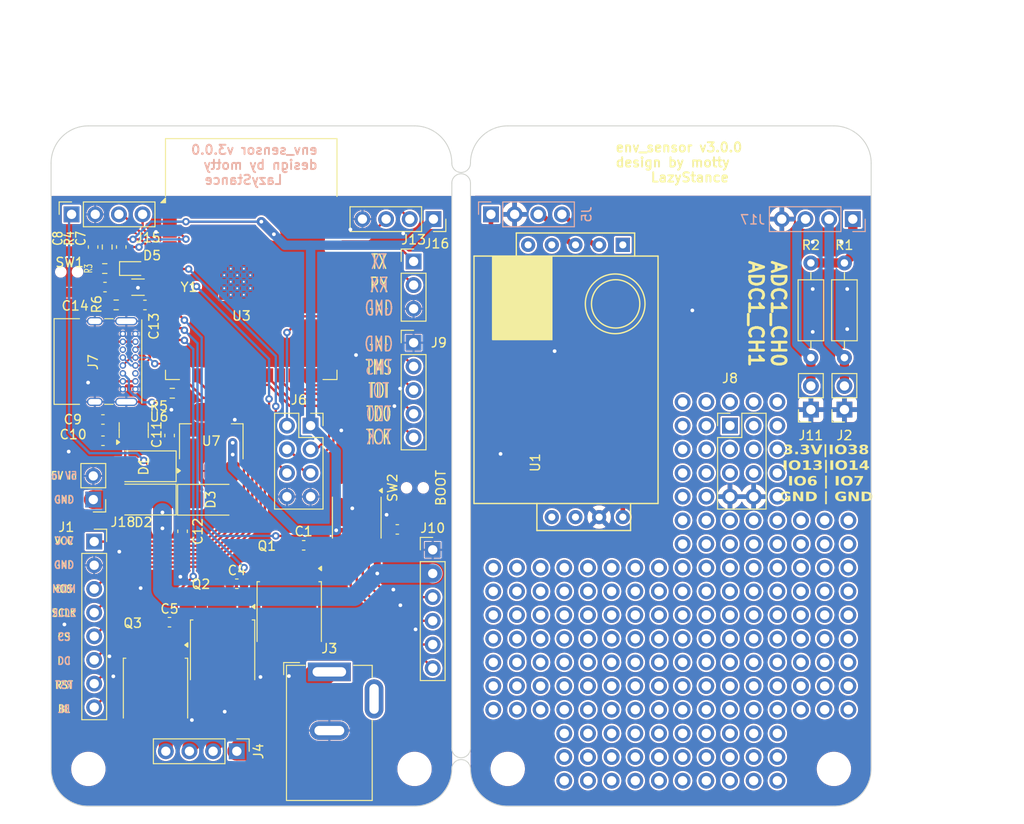
<source format=kicad_pcb>
(kicad_pcb (version 20240108) (generator "pcbnew") (generator_version "8.0")
  (layers (0 "F.Cu" signal) (31 "B.Cu" signal) (34 "B.Paste" user) (35 "F.Paste" user) (36 "B.SilkS" user "B.Silkscreen") (37 "F.SilkS" user "F.Silkscreen") (38 "B.Mask" user) (39 "F.Mask" user) (44 "Edge.Cuts" user))
  (net 0 "")
  (net 1 "GND")
  (net 2 "LED_C1")
  (net 3 "LED_C2")
  (net 4 "v3v")
  (net 5 "AD3")
  (net 6 "AD2")
  (net 7 "AD1")
  (net 8 "AD0")
  (net 9 "LED_C3")
  (net 10 "LED_V2")
  (net 11 "LED_V3")
  (net 12 "LED_V1")
  (net 15 "Net-(J10-Pin_4)")
  (net 16 "Net-(J10-Pin_6)")
  (net 17 "Net-(J10-Pin_3)")
  (net 18 "Net-(J10-Pin_5)")
  (net 19 "EN")
  (net 20 "/U6_OUT")
  (net 21 "VCC")
  (net 22 "Net-(U3-IO16)")
  (net 23 "Net-(C14-Pad2)")
  (net 24 "Net-(J7-CC2)")
  (net 25 "Net-(J7-CC1)")
  (net 26 "IO6")
  (net 27 "DEBUG_TMS")
  (net 28 "USB_D+")
  (net 29 "DEBUG_TDO")
  (net 30 "IO0")
  (net 31 "USB_D-")
  (net 32 "Net-(U3-IO15)")
  (net 33 "DEBUG_TCK")
  (net 37 "DEBUG_TDI")
  (net 39 "SPI_SCLK")
  (net 40 "EPD_RST")
  (net 41 "EPD_ChipSelect")
  (net 42 "EPD_BackLight")
  (net 43 "SPI_MOSI")
  (net 44 "EPD_DataControl")
  (net 47 "v5v")
  (net 48 "TX(ESP_UP)")
  (net 49 "RX(ESP_DOWN)")
  (net 55 "/sensor/GND")
  (net 56 "/sensor/v3v")
  (net 57 "/sensor/RX(ESP_UP)")
  (net 58 "/sensor/v5v")
  (net 59 "adc2")
  (net 60 "adc1")
  (net 61 "/sensor/adc1")
  (net 62 "/sensor/adc2")
  (net 63 "/sensor/adc_v3v")
  (net 64 "v12")
  (net 65 "/sensor/TX(ESP_DOWN)")
  (net 66 "Net-(D1-A)")
  (net 67 "Net-(J13-Pin_2)")
  (net 68 "Net-(J13-Pin_1)")
  (net 69 "Net-(D5-K)")
  (net 70 "IO38")
  (net 71 "IO7")
  (net 72 "IO13")
  (net 73 "IO14")
  (net 74 "/sensor/IO6")
  (net 75 "/sensor/IO13")
  (net 76 "/sensor/IO14")
  (net 77 "/sensor/IO38")
  (net 78 "/sensor/IO7")
  (footprint "MountingHole:MountingHole_3.2mm_M3" (layer "F.Cu") (at 149 45)
    (property "Reference" "REF**" (hide yes))
    (property "Value" "MountingHole_3.2mm_M3")
  )
  (footprint "env-sensor:ThroughHole1x01_P2.54mm" (layer "F.Cu") (at 177.93 78.25)
    (property "Reference" "" (hide yes))
    (property "Value" "ThroughHole1x01_P2.54mm")
  )
  (footprint "env-sensor:ThroughHole1x01_P2.54mm" (layer "F.Cu") (at 185.55 85.87)
    (property "Reference" "" (hide yes))
    (property "Value" "ThroughHole1x01_P2.54mm")
  )
  (footprint "env-sensor:ThroughHole1x01_P2.54mm" (layer "F.Cu") (at 180.47 93.49)
    (property "Reference" "" (hide yes))
    (property "Value" "ThroughHole1x01_P2.54mm")
  )
  (footprint "env-sensor:ThroughHole1x01_P2.54mm" (layer "F.Cu") (at 165.23 93.49)
    (property "Reference" "" (hide yes))
    (property "Value" "ThroughHole1x01_P2.54mm")
  )
  (footprint "env-sensor:ThroughHole1x01_P2.54mm" (layer "F.Cu") (at 167.77 111.27)
    (property "Reference" "" (hide yes))
    (property "Value" "ThroughHole1x01_P2.54mm")
  )
  (footprint "env-sensor:ThroughHole1x01_P2.54mm" (layer "F.Cu") (at 167.77 96.03)
    (property "Reference" "" (hide yes))
    (property "Value" "ThroughHole1x01_P2.54mm")
  )
  (footprint "env-sensor:ThroughHole1x01_P2.54mm" (layer "F.Cu") (at 152.53 101.11)
    (property "Reference" "" (hide yes))
    (property "Value" "ThroughHole1x01_P2.54mm")
  )
  (footprint "env-sensor:ThroughHole1x01_P2.54mm" (layer "F.Cu") (at 170.31 75.71)
    (property "Reference" "" (hide yes))
    (property "Value" "ThroughHole1x01_P2.54mm")
  )
  (footprint "env-sensor:ThroughHole1x01_P2.54mm" (layer "F.Cu") (at 162.69 90.95)
    (property "Reference" "" (hide yes))
    (property "Value" "ThroughHole1x01_P2.54mm")
  )
  (footprint "env-sensor:ThroughHole1x01_P2.54mm" (layer "F.Cu") (at 149.99 103.65)
    (property "Reference" "" (hide yes))
    (property "Value" "ThroughHole1x01_P2.54mm")
  )
  (footprint "Diode_SMD:D_SMA" (layer "F.Cu") (at 117.088 81.118)
    (property "Reference" "D3")
    (property "Value" "D_Schottky")
  )
  (footprint "env-sensor:ThroughHole1x01_P2.54mm" (layer "F.Cu") (at 175.39 106.19)
    (property "Reference" "" (hide yes))
    (property "Value" "ThroughHole1x01_P2.54mm")
  )
  (footprint "env-sensor:ThroughHole1x01_P2.54mm" (layer "F.Cu") (at 147.45 90.95)
    (property "Reference" "" (hide yes))
    (property "Value" "ThroughHole1x01_P2.54mm")
  )
  (footprint "env-sensor:ThroughHole1x01_P2.54mm" (layer "F.Cu") (at 175.39 93.49)
    (property "Reference" "" (hide yes))
    (property "Value" "ThroughHole1x01_P2.54mm")
  )
  (footprint "env-sensor:ThroughHole1x01_P2.54mm" (layer "F.Cu") (at 165.23 98.57)
    (property "Reference" "" (hide yes))
    (property "Value" "ThroughHole1x01_P2.54mm")
  )
  (footprint "Capacitor_SMD:C_0603_1608Metric" (layer "F.Cu") (at 104.51 53.998 90)
    (property "Reference" "C8")
    (property "Value" "0.01u")
  )
  (footprint "env-sensor:ThroughHole1x01_P2.54mm" (layer "F.Cu") (at 180.47 90.95)
    (property "Reference" "" (hide yes))
    (property "Value" "ThroughHole1x01_P2.54mm")
  )
  (footprint "env-sensor:ThroughHole1x01_P2.54mm" (layer "F.Cu") (at 149.99 88.41)
    (property "Reference" "" (hide yes))
    (property "Value" "ThroughHole1x01_P2.54mm")
  )
  (footprint "Connector_PinHeader_2.54mm:PinHeader_2x04_P2.54mm_Vertical" (layer "F.Cu") (at 172.85 73.17)
    (property "Reference" "J8")
    (property "Value" "Conn_01x08_Pin")
  )
  (footprint "RF_Module:ESP32-S3-WROOM-1" (layer "F.Cu") (at 121.478 55.268)
    (property "Reference" "U3")
    (property "Value" "ESP32-S3-WROOM-1")
  )
  (footprint "env-sensor:ThroughHole1x01_P2.54mm" (layer "F.Cu") (at 172.85 98.57)
    (property "Reference" "" (hide yes))
    (property "Value" "ThroughHole1x01_P2.54mm")
  )
  (footprint "Connector_PinSocket_2.54mm:PinSocket_1x04_P2.54mm_Vertical" (layer "F.Cu") (at 102.198 50.493 90)
    (property "Reference" "J15")
    (property "Value" "MH-Z19")
  )
  (footprint "env-sensor:ThroughHole1x01_P2.54mm" (layer "F.Cu") (at 177.93 96.03)
    (property "Reference" "" (hide yes))
    (property "Value" "ThroughHole1x01_P2.54mm")
  )
  (footprint "env-sensor:ThroughHole1x01_P2.54mm" (layer "F.Cu") (at 177.93 73.17)
    (property "Reference" "" (hide yes))
    (property "Value" "ThroughHole1x01_P2.54mm")
  )
  (footprint "env-sensor:ThroughHole1x01_P2.54mm" (layer "F.Cu") (at 147.45 96.03)
    (property "Reference" "" (hide yes))
    (property "Value" "ThroughHole1x01_P2.54mm")
  )
  (footprint "env-sensor:ThroughHole1x01_P2.54mm" (layer "F.Cu") (at 175.39 83.33)
    (property "Reference" "" (hide yes))
    (property "Value" "ThroughHole1x01_P2.54mm")
  )
  (footprint "" (layer "F.Cu") (at 155.07 88.41)
    (property "Reference" "")
    (property "Value" "")
  )
  (footprint "Connector_PinSocket_2.54mm:PinSocket_1x02_P2.54mm_Vertical" (layer "F.Cu") (at 181.528 71.448 180)
    (property "Reference" "J11")
    (property "Value" "Reg2")
  )
  (footprint "Connector_PinSocket_2.54mm:PinSocket_2x04_P2.54mm_Vertical" (layer "F.Cu") (at 127.85 73.17)
    (property "Reference" "J6")
    (property "Value" "Conn_01x08_Socket")
  )
  (footprint "env-sensor:ThroughHole1x01_P2.54mm" (layer "F.Cu") (at 177.93 108.73)
    (property "Reference" "" (hide yes))
    (property "Value" "ThroughHole1x01_P2.54mm")
  )
  (footprint "env-sensor:ThroughHole1x01_P2.54mm" (layer "F.Cu") (at 165.23 101.11)
    (property "Reference" "" (hide yes))
    (property "Value" "ThroughHole1x01_P2.54mm")
  )
  (footprint "env-sensor:ThroughHole1x01_P2.54mm" (layer "F.Cu") (at 147.45 98.57)
    (property "Reference" "" (hide yes))
    (property "Value" "ThroughHole1x01_P2.54mm")
  )
  (footprint "env-sensor:ThroughHole1x01_P2.54mm" (layer "F.Cu") (at 172.85 93.49)
    (property "Reference" "" (hide yes))
    (property "Value" "ThroughHole1x01_P2.54mm")
  )
  (footprint "" (layer "F.Cu") (at 162.69 108.73)
    (property "Reference" "")
    (property "Value" "")
  )
  (footprint "env-sensor:ThroughHole1x01_P2.54mm" (layer "F.Cu") (at 175.39 111.27)
    (property "Reference" "" (hide yes))
    (property "Value" "ThroughHole1x01_P2.54mm")
  )
  (footprint "env-sensor:ThroughHole1x01_P2.54mm" (layer "F.Cu") (at 165.23 111.27)
    (property "Reference" "" (hide yes))
    (property "Value" "ThroughHole1x01_P2.54mm")
  )
  (footprint "Capacitor_SMD:C_0603_1608Metric" (layer "F.Cu") (at 110.07 60.22)
    (property "Reference" "C13")
    (property "Value" "15p")
  )
  (footprint "env-sensor:ThroughHole1x01_P2.54mm" (layer "F.Cu") (at 149.99 101.11)
    (property "Reference" "" (hide yes))
    (property "Value" "ThroughHole1x01_P2.54mm")
  )
  (footprint "env-sensor:ThroughHole1x01_P2.54mm" (layer "F.Cu") (at 157.61 108.73)
    (property "Reference" "" (hide yes))
    (property "Value" "ThroughHole1x01_P2.54mm")
  )
  (footprint "env-sensor:ThroughHole1x01_P2.54mm" (layer "F.Cu") (at 175.39 85.87)
    (property "Reference" "" (hide yes))
    (property "Value" "ThroughHole1x01_P2.54mm")
  )
  (footprint "env-sensor:ThroughHole1x01_P2.54mm" (layer "F.Cu") (at 157.61 103.65)
    (property "Reference" "" (hide yes))
    (property "Value" "ThroughHole1x01_P2.54mm")
  )
  (footprint "env-sensor:ThroughHole1x01_P2.54mm" (layer "F.Cu") (at 180.47 83.33)
    (property "Reference" "" (hide yes))
    (property "Value" "ThroughHole1x01_P2.54mm")
  )
  (footprint "env-sensor:ThroughHole1x01_P2.54mm" (layer "F.Cu") (at 177.93 101.11)
    (property "Reference" "" (hide yes))
    (property "Value" "ThroughHole1x01_P2.54mm")
  )
  (footprint "env-sensor:ThroughHole1x01_P2.54mm" (layer "F.Cu") (at 167.77 106.19)
    (property "Reference" "" (hide yes))
    (property "Value" "ThroughHole1x01_P2.54mm")
  )
  (footprint "env-sensor:ThroughHole1x01_P2.54mm" (layer "F.Cu") (at 162.69 98.57)
    (property "Reference" "" (hide yes))
    (property "Value" "ThroughHole1x01_P2.54mm")
  )
  (footprint "Connector_BarrelJack:BarrelJack_GCT_DCJ200-10-A_Horizontal" (layer "F.Cu") (at 129.858 99.588)
    (property "Reference" "J3")
    (property "Value" "Barrel_Jack")
  )
  (footprint "env-sensor:ThroughHole1x01_P2.54mm" (layer "F.Cu") (at 175.39 103.65)
    (property "Reference" "" (hide yes))
    (property "Value" "ThroughHole1x01_P2.54mm")
  )
  (footprint "env-sensor:TO-252" (layer "F.Cu") (at 125.553 93.223 -90)
    (property "Reference" "Q1")
    (property "Value" "NMOS")
  )
  (footprint "Capacitor_SMD:C_0603_1608Metric" (layer "F.Cu") (at 105.563 72.508)
    (property "Reference" "C9")
    (property "Value" "0.1u/10v")
  )
  (footprint "env-sensor:ThroughHole1x01_P2.54mm" (layer "F.Cu") (at 170.31 111.27)
    (property "Reference" "" (hide yes))
    (property "Value" "ThroughHole1x01_P2.54mm")
  )
  (footprint "LED_SMD:LED_0603_1608Metric" (layer "F.Cu") (at 108.83 56.31)
    (property "Reference" "D5")
    (property "Value" "POWER")
  )
  (footprint "env-sensor:ThroughHole1x01_P2.54mm" (layer "F.Cu") (at 183.01 90.95)
    (property "Reference" "" (hide yes))
    (property "Value" "ThroughHole1x01_P2.54mm")
  )
  (footprint "env-sensor:ThroughHole1x01_P2.54mm" (layer "F.Cu") (at 152.53 103.65)
    (property "Reference" "" (hide yes))
    (property "Value" "ThroughHole1x01_P2.54mm")
  )
  (footprint "env-sensor:ThroughHole1x01_P2.54mm" (layer "F.Cu") (at 157.61 111.27)
    (property "Reference" "" (hide yes))
    (property "Value" "ThroughHole1x01_P2.54mm")
  )
  (footprint "env-sensor:ThroughHole1x01_P2.54mm" (layer "F.Cu") (at 149.99 98.57)
    (property "Reference" "" (hide yes))
    (property "Value" "ThroughHole1x01_P2.54mm")
  )
  (footprint "env-sensor:ThroughHole1x01_P2.54mm" (layer "F.Cu") (at 175.39 108.73)
    (property "Reference" "" (hide yes))
    (property "Value" "ThroughHole1x01_P2.54mm")
  )
  (footprint "" (layer "F.Cu") (at 155.07 93.49)
    (property "Reference" "")
    (property "Value" "")
  )
  (footprint "env-sensor:TO-252" (layer "F.Cu") (at 111.203 101.433 -90)
    (property "Reference" "Q3")
    (property "Value" "NMOS")
  )
  (footprint "env-sensor:ThroughHole1x01_P2.54mm" (layer "F.Cu") (at 170.31 93.49)
    (property "Reference" "" (hide yes))
    (property "Value" "ThroughHole1x01_P2.54mm")
  )
  (footprint "Capacitor_SMD:C_0603_1608Metric" (layer "F.Cu") (at 127.103 86.008 180)
    (property "Reference" "C1")
    (property "Value" "100n")
  )
  (footprint "env-sensor:ThroughHole1x01_P2.54mm" (layer "F.Cu") (at 167.77 78.25)
    (property "Reference" "" (hide yes))
    (property "Value" "ThroughHole1x01_P2.54mm")
  )
  (footprint "env-sensor:ThroughHole1x01_P2.54mm" (layer "F.Cu") (at 170.31 78.25)
    (property "Reference" "" (hide yes))
    (property "Value" "ThroughHole1x01_P2.54mm")
  )
  (footprint "env-sensor:ThroughHole1x01_P2.54mm" (layer "F.Cu") (at 160.15 103.65)
    (property "Reference" "" (hide yes))
    (property "Value" "ThroughHole1x01_P2.54mm")
  )
  (footprint "Resistor_SMD:R_0603_1608Metric" (layer "F.Cu") (at 105.76 56.31)
    (property "Reference" "R3")
    (property "Value" "1k")
  )
  (footprint "env-sensor:ThroughHole1x01_P2.54mm" (layer "F.Cu") (at 165.23 96.03)
    (property "Reference" "" (hide yes))
    (property "Value" "ThroughHole1x01_P2.54mm")
  )
  (footprint "env-sensor:ThroughHole1x01_P2.54mm" (layer "F.Cu") (at 183.01 93.49)
    (property "Reference" "" (hide yes))
    (property "Value" "ThroughHole1x01_P2.54mm")
  )
  (footprint "MountingHole:MountingHole_3.2mm_M3" (layer "F.Cu") (at 104 110)
    (property "Reference" "REF**" (hide yes))
    (property "Value" "MountingHole_3.2mm_M3")
  )
  (footprint "env-sensor:ThroughHole1x01_P2.54mm" (layer "F.Cu") (at 165.23 108.73)
    (property "Reference" "" (hide yes))
    (property "Value" "ThroughHole1x01_P2.54mm")
  )
  (footprint "MountingHole:MountingHole_3.2mm_M3" (layer "F.Cu") (at 139 45)
    (property "Reference" "REF**" (hide yes))
    (property "Value" "MountingHole_3.2mm_M3")
  )
  (footprint "env-sensor:ThroughHole1x01_P2.54mm" (layer "F.Cu") (at 170.31 103.65)
    (property "Reference" "" (hide yes))
    (property "Value" "ThroughHole1x01_P2.54mm")
  )
  (footprint "MountingHole:MountingHole_3.2mm_M3" (layer "F.Cu") (at 139 110)
    (property "Reference" "REF**" (hide yes))
    (property "Value" "MountingHole_3.2mm_M3")
  )
  (footprint "env-sensor:ThroughHole1x01_P2.54mm" (layer "F.Cu") (at 177.93 83.33)
    (property "Reference" "" (hide yes))
    (property "Value" "ThroughHole1x01_P2.54mm")
  )
  (footprint "env-sensor:ThroughHole1x01_P2.54mm" (layer "F.Cu") (at 175.39 88.41)
    (property "Reference" "" (hide yes))
    (property "Value" "ThroughHole1x01_P2.54mm")
  )
  (footprint "env-sensor:ThroughHole1x01_P2.54mm" (layer "F.Cu") (at 160.15 108.73)
    (property "Reference" "" (hide yes))
    (property "Value" "ThroughHole1x01_P2.54mm")
  )
  (footprint "env-sensor:ThroughHole1x01_P2.54mm" (layer "F.Cu") (at 185.55 88.41)
    (property "Reference" "" (hide yes))
    (property "Value" "ThroughHole1x01_P2.54mm")
  )
  (footprint "Package_TO_SOT_SMD:SOT-223-3_TabPin2" (layer "F.Cu") (at 117.188 74.878 90)
    (property "Reference" "U7")
    (property "Value" "AP7361C-33E")
  )
  (footprint "env-sensor:TO-252" (layer "F.Cu") (at 118.403 97.323 -90)
    (property "Reference" "Q2")
    (property "Value" "NMOS")
  )
  (footprint "env-sensor:ThroughHole1x01_P2.54mm" (layer "F.Cu") (at 167.77 70.63)
    (property "Reference" "" (hide yes))
    (property "Value" "ThroughHole1x01_P2.54mm")
  )
  (footprint "env-sensor:ThroughHole1x01_P2.54mm" (layer "F.Cu") (at 155.07 106.19)
    (property "Reference" "" (hide yes))
    (property "Value" "ThroughHole1x01_P2.54mm")
  )
  (footprint "paripalpp_button:TVAF06-A020B-R" (layer "F.Cu") (at 139.04 79.84)
    (property "Reference" "SW2")
    (property "Value" "BOOT")
  )
  (footprint "Resistor_SMD:R_0603_1608Metric" (layer "F.Cu") (at 113.005 69.69 180)
    (property "Reference" "R5")
    (property "Value" "5.1k")
  )
  (footprint "Resistor_SMD:R_0603_1608Metric" (layer "F.Cu") (at 106.985 60.21 180)
    (property "Reference" "R6")
    (property "Value" "5.1k")
  )
  (footprint "MountingHole:MountingHole_3.2mm_M3" (layer "F.Cu") (at 184 45)
    (property "Reference" "REF**" (hide yes))
    (property "Value" "MountingHole_3.2mm_M3")
  )
  (footprint "env-sensor:ThroughHole1x01_P2.54mm" (layer "F.Cu") (at 162.69 93.49)
    (property "Reference" "" (hide yes))
    (property "Value" "ThroughHole1x01_P2.54mm")
  )
  (footprint "env-sensor:ThroughHole1x01_P2.54mm" (layer "F.Cu") (at 180.47 101.11)
    (property "Reference" "" (hide yes))
    (property "Value" "ThroughHole1x01_P2.54mm")
  )
  (footprint "" (layer "F.Cu") (at 162.69 106.19)
    (property "Reference" "")
    (property "Value" "")
  )
  (footprint "env-sensor:ThroughHole1x01_P2.54mm" (layer "F.Cu") (at 157.61 88.41)
    (property "Reference" "" (hide yes))
    (property "Value" "ThroughHole1x01_P2.54mm")
  )
  (footprint "Resistor_THT:R_Axial_DIN0207_L6.3mm_D2.5mm_P10.16mm_Horizontal" (layer "F.Cu") (at 185.128 55.708 -90)
    (property "Reference" "R1")
    (property "Value" "~" (hide yes))
  )
  (footprint "env-sensor:ThroughHole1x01_P2.54mm" (layer "F.Cu") (at 160.15 90.95)
    (property "Reference" "" (hide yes))
    (property "Value" "ThroughHole1x01_P2.54mm")
  )
  (footprint "env-sensor:ThroughHole1x01_P2.54mm" (layer "F.Cu") (at 180.47 98.57)
    (property "Reference" "" (hide yes))
    (property "Value" "ThroughHole1x01_P2.54mm")
  )
  (footprint "env-sensor:ThroughHole1x01_P2.54mm" (layer "F.Cu") (at 170.31 106.19)
    (property "Reference" "" (hide yes))
    (property "Value" "ThroughHole1x01_P2.54mm")
  )
  (footprint "Package_SO:TSSOP-14_4.4x5mm_P0.65mm" (layer "F.Cu") (at 132.8 83.0355 -90)
    (property "Reference" "U4" (hide yes))
    (property "Value" "TXB0104PW")
  )
  (footprint "env-sensor:ThroughHole1x01_P2.54mm" (layer "F.Cu") (at 172.85 88.41)
    (property "Reference" "" (hide yes))
    (property "Value" "ThroughHole1x01_P2.54mm")
  )
  (footprint "env-sensor:ThroughHole1x01_P2.54mm" (layer "F.Cu") (at 172.85 90.95)
    (property "Reference" "" (hide yes))
    (property "Value" "ThroughHole1x01_P2.54mm")
  )
  (footprint "env-sensor:ThroughHole1x01_P2.54mm" (layer "F.Cu") (at 180.47 88.41)
    (property "Reference" "" (hide yes))
    (property "Value" "ThroughHole1x01_P2.54mm")
  )
  (footprint "env-sensor:ThroughHole1x01_P2.54mm" (layer "F.Cu") (at 170.31 83.33)
    (property "Reference" "" (hide yes))
    (property "Value" "ThroughHole1x01_P2.54mm")
  )
  (footprint "env-sensor:ThroughHole1x01_P2.54mm" (layer "F.Cu") (at 149.99 96.03)
    (property "Reference" "" (hide yes))
    (property "Value" "ThroughHole1x01_P2.54mm")
  )
  (footprint "env-sensor:ThroughHole1x01_P2.54mm" (layer "F.Cu") (at 172.85 111.27)
    (property "Reference" "" (hide yes))
    (property "Value" "ThroughHole1x01_P2.54mm")
  )
  (footprint "Crystal:Crystal_SMD_3215-2Pin_3.2x1.5mm" (layer "F.Cu") (at 109.328 58.308)
    (property "Reference" "Y1")
    (property "Value" "Crystal")
  )
  (footprint "env-sensor:ThroughHole1x01_P2.54mm" (layer "F.Cu") (at 170.31 73.17)
    (property "Reference" "" (hide yes))
    (property "Value" "ThroughHole1x01_P2.54mm")
  )
  (footprint "Connector_PinHeader_2.54mm:PinHeader_1x04_P2.54mm_Vertical" (layer "F.Cu") (at 119.928 108.108 -90)
    (property "Reference" "J4")
    (property "Value" "LED_OUTPUT")
  )
  (footprint "env-sensor:ThroughHole1x01_P2.54mm" (layer "F.Cu") (at 155.07 108.73)
    (property "Reference" "" (hide yes))
    (property "Value" "ThroughHole1x01_P2.54mm")
  )
  (footprint "env-sensor:ThroughHole1x01_P2.54mm" (layer "F.Cu") (at 160.15 93.49)
    (property "Reference" "" (hide yes))
    (property "Value" "ThroughHole1x01_P2.54mm")
  )
  (footprint "env-sensor:ThroughHole1x01_P2.54mm" (layer "F.Cu") (at 177.93 103.65)
    (property "Reference" "" (hide yes))
    (property "Value" "ThroughHole1x01_P2.54mm")
  )
  (footprint "Package_TO_SOT_SMD:SOT-23-5" (layer "F.Cu") (at 108.868 73.6455 90)
    (property "Reference" "U6")
    (property "Value" "TPS2065CDBV")
  )
  (footprint "env-sensor:ThroughHole1x01_P2.54mm" (layer "F.Cu") (at 152.53 98.57)
    (property "Reference" "" (hide yes))
    (property "Value" "ThroughHole1x01_P2.54mm")
  )
  (footprint "env-sensor:ThroughHole1x01_P2.54mm" (layer "F.Cu") (at 177.93 111.27)
    (property "Reference" "" (hide yes))
    (property "Value" "ThroughHole1x01_P2.54mm")
  )
  (footprint "env-sensor:ThroughHole1x01_P2.54mm" (layer "F.Cu") (at 152.53 96.03)
    (property "Reference" "" (hide yes))
    (property "Value" "ThroughHole1x01_P2.54mm")
  )
  (footprint "env-sensor:ThroughHole1x01_P2.54mm" (layer "F.Cu") (at 183.01 98.57)
    (property "Reference" "" (hide yes))
    (property "Value" "ThroughHole1x01_P2.54mm")
  )
  (footprint "" (layer "F.Cu") (at 155.07 103.65)
    (property "Reference" "")
    (property "Value" "")
  )
  (footprint "Diode_SMD:D_SMA" (layer "F.Cu") (at 109.908 77.528 180)
    (property "Reference" "D1")
    (property "Value" "D_Schottky")
  )
  (footprint "env-sensor:ThroughHole1x01_P2.54mm" (layer "F.Cu") (at 167.77 93.49)
    (property "Reference" "" (hide yes))
    (property "Value" "ThroughHole1x01_P2.54mm")
  )
  (footprint "Connector_PinSocket_2.54mm:PinSocket_1x08_P2.54mm_Vertical" (layer "F.Cu") (at 104.628 85.608)
    (property "Reference" "J1")
    (property "Value" "E Paper")
  )
  (footprint "MountingHole:MountingHole_3.2mm_M3" (layer "F.Cu") (at 184 110)
    (property "Reference" "REF**" (hide yes))
    (property "Value" "MountingHole_3.2mm_M3")
  )
  (footprint "env-sensor:ThroughHole1x01_P2.54mm" (layer "F.Cu") (at 157.61 106.19)
    (property "Reference" "" (hide yes))
    (property "Value" "ThroughHole1x01_P2.54mm")
  )
  (footprint "env-sensor:ThroughHole1x01_P2.54mm" (layer "F.Cu") (at 185.55 93.49)
    (property "Reference" "" (hide yes))
    (property "Value" "ThroughHole1x01_P2.54mm")
  )
  (footprint "env-sensor:ThroughHole1x01_P2.54mm" (layer "F.Cu") (at 177.93 106.19)
    (property "Reference" "" (hide yes))
    (property "Value" "ThroughHole1x01_P2.54mm")
  )
  (footprint "env-sensor:ThroughHole1x01_P2.54mm" (layer "F.Cu") (at 167.77 85.87)
    (property "Reference" "" (hide yes))
    (property "Value" "ThroughHole1x01_P2.54mm")
  )
  (footprint "env-sensor:ThroughHole1x01_P2.54mm" (layer "F.Cu") (at 157.61 101.11)
    (property "Reference" "" (hide yes))
    (property "Value" "ThroughHole1x01_P2.54mm")
  )
  (footprint "Resistor_SMD:R_0603_1608Metric" (layer "F.Cu") (at 106.02 53.998 90)
    (property "Reference" "R4")
    (property "Value" "10k")
  )
  (footprint "env-sensor:ThroughHole1x01_P2.54mm" (layer "F.Cu") (at 175.39 70.63)
    (property "Reference" "" (hide yes))
    (property "Value" "ThroughHole1x01_P2.54mm")
  )
  (footprint "Connector_PinHeader_2.54mm:PinHeader_1x02_P2.54mm_Vertical" (layer "F.Cu") (at 104.53 81.1 180)
    (property "Reference" "J18")
    (property "Value" "Conn_01x02_Pin")
  )
  (footprint "env-sensor:ThroughHole1x01_P2.54mm" (layer "F.Cu") (at 177.93 98.57)
    (property "Reference" "" (hide yes))
    (property "Value" "ThroughHole1x01_P2.54mm")
  )
  (footprint "Connector_PinHeader_2.54mm:PinHeader_1x05_P2.54mm_Vertical" (layer "F.Cu") (at 138.9 64.27)
    (property "Reference" "J9")
    (property "Value" "DEBUG")
  )
  (footprint "env-sensor:ThroughHole1x01_P2.54mm" (layer "F.Cu") (at 183.01 85.87)
    (property "Reference" "" (hide yes))
    (property "Value" "ThroughHole1x01_P2.54mm")
  )
  (footprint "env-sensor:ThroughHole1x01_P2.54mm" (layer "F.Cu") (at 177.93 90.95)
    (property "Reference" "" (hide yes))
    (property "Value" "ThroughHole1x01_P2.54mm")
  )
  (footprint "env-sensor:ThroughHole1x01_P2.54mm" (layer "F.Cu") (at 175.39 101.11)
    (property "Reference" "" (hide yes))
    (property "Value" "ThroughHole1x01_P2.54mm")
  )
  (footprint "env-sensor:ThroughHole1x01_P2.54mm" (layer "F.Cu") (at 177.93 75.71)
    (property "Reference" "" (hide yes))
    (property "Value" "ThroughHole1x01_P2.54mm")
  )
  (footprint "env-sensor:ThroughHole1x01_P2.54mm" (layer "F.Cu") (at 160.15 106.19)
    (property "Reference" "" (hide yes))
    (property "Value" "ThroughHole1x01_P2.54mm")
  )
  (footprint "env-sensor:ThroughHole1x01_P2.54mm" (layer "F.Cu") (at 170.31 80.79)
    (property "Reference" "" (hide yes))
    (property "Value" "ThroughHole1x01_P2.54mm")
  )
  (footprint "env-sensor:ThroughHole1x01_P2.54mm" (layer "F.Cu") (at 167.77 108.73)
    (property "Reference" "" (hide yes))
    (property "Value" "ThroughHole1x01_P2.54mm")
  )
  (footprint "env-sensor:ThroughHole1x01_P2.54mm" (layer "F.Cu") (at 177.93 80.79)
    (property "Reference" "" (hide yes))
    (property "Value" "ThroughHole1x01_P2.54mm")
  )
  (footprint "env-sensor:ThroughHole1x01_P2.54mm" (layer "F.Cu") (at 170.31 85.87)
    (property "Reference" "" (hide yes))
    (property "Value" "ThroughHole1x01_P2.54mm")
  )
  (footprint "MountingHole:MountingHole_3.2mm_M3" (layer "F.Cu") (at 149 110)
    (property "Reference" "REF**" (hide yes))
    (property "Value" "MountingHole_3.2mm_M3")
  )
  (footprint "env-sensor:ThroughHole1x01_P2.54mm" (layer "F.Cu") (at 172.85 83.33)
    (property "Reference" "" (hide yes))
    (property "Value" "ThroughHole1x01_P2.54mm")
  )
  (footprint "env-sensor:ThroughHole1x01_P2.54mm" (layer "F.Cu") (at 167.77 80.79)
    (property "Reference" "" (hide yes))
    (property "Value" "ThroughHole1x01_P2.54mm")
  )
  (footprint "paripalpp_button:TVAF06-A020B-R" (layer "F.Cu") (at 101.94 56.67)
    (property "Reference" "SW1")
    (property "Value" "EN")
  )
  (footprint "Resistor_THT:R_Axial_DIN0207_L6.3mm_D2.5mm_P10.16mm_Horizontal" (layer "F.Cu") (at 181.528 65.868 90)
    (property "Reference" "R2")
    (property "Value" "~" (hide yes))
  )
  (footprint "Capacitor_SMD:C_0603_1608Metric" (layer "F.Cu") (at 105.568 74.788 180)
    (property "Reference" "C10")
    (property "Value" "10u/10V")
  )
  (footprint "Capacitor_SMD:C_0603_1608Metric" (layer "F.Cu") (at 119.9305 90.133)
    (property "Reference" "C4")
    (property "Value" "100n")
  )
  (footprint "env-sensor:ThroughHole1x01_P2.54mm" (layer "F.Cu") (at 162.69 101.11)
    (property "Reference" "" (hide yes))
    (property "Value" "ThroughHole1x01_P2.54mm")
  )
  (footprint "env-sensor:ThroughHole1x01_P2.54mm" (layer "F.Cu") (at 180.47 103.65)
    (property "Reference" "" (hide yes))
    (property "Value" "ThroughHole1x01_P2.54mm")
  )
  (footprint "" (layer "F.Cu") (at 155.07 96.03)
    (property "Reference" "")
    (property "Value" "")
  )
  (footprint "env-sensor:ThroughHole1x01_P2.54mm" (layer "F.Cu") (at 167.77 101.11)
    (property "Reference" "" (hide yes))
    (property "Value" "ThroughHole1x01_P2.54mm")
  )
  (footprint "Diode_SMD:D_SMA" (layer "F.Cu") (at 109.908 81.098 180)
    (property "Reference" "D2")
    (property "Value" "D_Schottky")
  )
  (footprint "env-sensor:ThroughHole1x01_P2.54mm" (layer "F.Cu") (at 157.61 98.57)
    (property "Reference" "" (hide yes))
    (property "Value" "ThroughHole1x01_P2.54mm")
  )
  (footprint "env-sensor:ThroughHole1x01_P2.54mm" (layer "F.Cu") (at 177.93 85.87)
    (property "Reference" "" (hide yes))
    (property "Value" "ThroughHole1x01_P2.54mm")
  )
  (footprint "env-sensor:ThroughHole1x01_P2.54mm" (layer "F.Cu") (at 165.23 88.41)
    (property "Reference" "" (hide yes))
    (property "Value" "ThroughHole1x01_P2.54mm")
  )
  (footprint "env-sensor:ThroughHole1x01_P2.54mm" (layer "F.Cu") (at 185.55 83.33)
    (property "Reference" "" (hide yes))
    (property "Value" "ThroughHole1x01_P2.54mm")
  )
  (footprint "env-sensor:ThroughHole1x01_P2.54mm" (layer "F.Cu") (at 155.07 111.27)
    (property "Reference" "" (hide yes))
    (property "Value" "ThroughHole1x01_P2.54mm")
  )
  (footprint "env-sensor:ThroughHole1x01_P2.54mm" (layer "F.Cu") (at 162.69 103.65)
    (property "Reference" "" (hide yes))
    (property "Value" "ThroughHole1x01_P2.54mm")
  )
  (footprint "env-sensor:ThroughHole1x01_P2.54mm" (layer "F.Cu") (at 149.99 93.49)
    (property "Reference" "" (hide yes))
    (property "Value" "ThroughHole1x01_P2.54mm")
  )
  (footprint "env-sensor:ThroughHole1x01_P2.54mm" (layer "F.Cu") (at 175.39 96.03)
    (property "Reference" "" (hide yes))
    (property "Value" "ThroughHole1x01_P2.54mm")
  )
  (footprint "env-sensor:ThroughHole1x01_P2.54mm" (layer "F.Cu") (at 149.99 90.95)
    (property "Reference" "" (hide yes))
    (property "Value" "ThroughHole1x01_P2.54mm")
  )
  (footprint "Connector_PinHeader_2.54mm:PinHeader_1x06_P2.54mm_Vertical" (layer "F.Cu") (at 140.95 86.49)
    (property "Reference" "J10")
    (property "Value" "PWMOUT")
  )
  (footprint "env-sensor:ThroughHole1x01_P2.54mm" (layer "F.Cu") (at 180.47 96.03)
    (property "Reference" "" (hide yes))
    (property "Value" "ThroughHole1x01_P2.54mm")
  )
  (footprint "env-sensor:ThroughHole1x01_P2.54mm" (layer "F.Cu") (at 152.53 90.95)
    (property "Reference" "" (hide yes))
    (property "Value" "ThroughHole1x01_P2.54mm")
  )
  (footprint "Connector_PinHeader_2.54mm:PinHeader_1x03_P2.54mm_Vertical" (layer "F.Cu") (at 138.9 55.545)
    (property "Reference" "J13")
    (property "Value" "Conn_01x03_Socket")
  )
  (footprint "env-sensor:ThroughHole1x01_P2.54mm" (layer "F.Cu") (at 177.93 93.49)
    (property "Reference" "" (hide yes))
    (property "Value" "ThroughHole1x01_P2.54mm")
  )
  (footprint "env-sensor:ThroughHole1x01_P2.54mm" (layer "F.Cu") (at 170.31 90.95)
    (property "Reference" "" (hide yes))
    (property "Value" "ThroughHole1x01_P2.54mm")
  )
  (footprint "env-sensor:ThroughHole1x01_P2.54mm" (layer "F.Cu") (at 185.55 101.11)
    (property "Reference" "" (hide yes))
    (property "Value" "ThroughHole1x01_P2.54mm")
  )
  (footprint "env-sensor:ThroughHole1x01_P2.54mm" (layer "F.Cu") (at 170.31 70.63)
    (property "Reference" "" (hide yes))
    (property "Value" "ThroughHole1x01_P2.54mm")
  )
  (footprint "env-sensor:ThroughHole1x01_P2.54mm" (layer "F.Cu") (at 167.77 98.57)
    (property "Reference" "" (hide yes))
    (property "Value" "ThroughHole1x01_P2.54mm")
  )
  (footprint "env-sensor:ThroughHole1x01_P2.54mm" (layer "F.Cu") (at 165.23 106.19)
    (property "Reference" "" (hide yes))
    (property "Value" "ThroughHole1x01_P2.54mm")
  )
  (footprint "env-sensor:ThroughHole1x01_P2.54mm" (layer "F.Cu") (at 183.01 88.41)
    (property "Reference" "" (hide yes))
    (property "Value" "ThroughHole1x01_P2.54mm")
  )
  (footprint "env-sensor:ThroughHole1x01_P2.54mm" (layer "F.Cu") (at 183.01 83.33)
    (property "Reference" "" (hide yes))
    (property "Value" "ThroughHole1x01_P2.54mm")
  )
  (footprint "env-sensor:ThroughHole1x01_P2.54mm" (layer "F.Cu") (at 172.85 103.65)
    (property "Reference" "" (hide yes))
    (property "Value" "ThroughHole1x01_P2.54mm")
  )
  (footprint "env-sensor:ThroughHole1x01_P2.54mm" (layer "F.Cu") (at 152.53 88.41)
    (property "Reference" "" (hide yes))
    (property "Value" "ThroughHole1x01_P2.54mm")
  )
  (footprint "env-sensor:ThroughHole1x01_P2.54mm" (layer "F.Cu") (at 165.23 90.95)
    (property "Reference" "" (hide yes))
    (property "Value" "ThroughHole1x01_P2.54mm")
  )
  (footprint "Capacitor_SMD:C_0603_1608Metric" (layer "F.Cu") (at 112.718 74.228 90)
    (property "Reference" "C11")
    (property "Value" "1u/10V")
  )
  (footprint "env-sensor:ThroughHole1x01_P2.54mm" (layer "F.Cu") (at 172.85 70.63)
    (property "Reference" "" (hide yes))
    (property "Value" "ThroughHole1x01_P2.54mm")
  )
  (footprint "env-sensor:ThroughHole1x01_P2.54mm" (layer "F.Cu") (at 180.47 85.87)
    (property "Reference" "" (hide yes))
    (property "Value" "ThroughHole1x01_P2.54mm")
  )
  (footprint "env-sensor:ThroughHole1x01_P2.54mm" (layer "F.Cu") (at 147.45 88.41)
    (property "Reference" "" (hide yes))
    (property "Value" "ThroughHole1x01_P2.54mm")
  )
  (footprint "env-sensor:ThroughHole1x01_P2.54mm" (layer "F.Cu") (at 183.01 96.03)
    (property "Reference" "" (hide yes))
    (property "Value" "ThroughHole1x01_P2.54mm")
  )
  (footprint "env-sensor:ThroughHole1x01_P2.54mm" (layer "F.Cu") (at 160.15 88.41)
    (property "Reference" "" (hide yes))
    (property "Value" "ThroughHole1x01_P2.54mm")
  )
  (footprint "env-sensor:ThroughHole1x01_P2.54mm" (layer "F.Cu") (at 172.85 96.03)
    (property "Reference" "" (hide yes))
    (property "Value" "ThroughHole1x01_P2.54mm")
  )
  (footprint "env-sensor:ThroughHole1x01_P2.54mm" (layer "F.Cu") (at 167.77 103.65)
    (property "Reference" "" (hide yes))
    (property "Value" "ThroughHole1x01_P2.54mm")
  )
  (footprint "MountingHole:MountingHole_3.2mm_M3" (layer "F.Cu") (at 104 45)
    (property "Reference" "REF**" (hide yes))
    (property "Value" "MountingHole_3.2mm_M3")
  )
  (footprint "env-sensor:ThroughHole1x01_P2.54mm" (layer "F.Cu") (at 152.53 93.49)
    (property "Reference" "" (hide yes))
    (property "Value" "ThroughHole1x01_P2.54mm")
  )
  (footprint "env-sensor:ThroughHole1x01_P2.54mm" (layer "F.Cu") (at 147.45 93.49)
    (property "Reference" "" (hide yes))
    (property "Value" "ThroughHole1x01_P2.54mm")
  )
  (footprint "env-sensor:ThroughHole1x01_P2.54mm" (layer "F.Cu") (at 172.85 106.19)
    (property "Reference" "" (hide yes))
    (property "Value" "ThroughHole1x01_P2.54mm")
  )
  (footprint "env-sensor:ThroughHole1x01_P2.54mm" (layer "F.Cu") (at 172.85 108.73)
    (property "Reference" "" (hide yes))
    (property "Value" "ThroughHole1x01_P2.54mm")
  )
  (footprint "env-sensor:ThroughHole1x01_P2.54mm" (layer "F.Cu") (at 183.01 101.11)
    (property "Reference" "" (hide yes))
    (property "Value" "ThroughHole1x01_P2.54mm")
  )
  (footprint "" (layer "F.Cu") (at 155.07 98.57)
    (property "Reference" "")
    (property "Value" "")
  )
  (footprint "Capacitor_SMD:C_0603_1608Metric" (layer "F.Cu") (at 112.703 94.258)
    (property "Reference" "C5")
    (property "Value" "100n")
  )
  (footprint "env-sensor:ThroughHole1x01_P2.54mm" (layer "F.Cu") (at 167.77 88.41)
    (property "Reference" "" (hide yes))
    (property "Value" "ThroughHole1x01_P2.54mm")
  )
  (footprint "env-sensor:ThroughHole1x01_P2.54mm" (layer "F.Cu") (at 170.31 88.41)
    (property "Reference" "" (hide yes))
    (property "Value" "ThroughHole1x01_P2.54mm")
  )
  (footprint "Capacitor_SMD:C_0603_1608Metric" (layer "F.Cu") (at 107.53 53.998 -90)
    (property "Reference" "C7")
    (property "Value" "0.1u")
  )
  (footprint "Capacitor_SMD:C_0603_1608Metric" (layer "F.Cu") (at 114.11 84.5 90)
    (property "Reference" "C12")
    (property "Value" "4.7u/6.3V")
  )
  (footprint "env-sensor:ThroughHole1x01_P2.54mm" (layer "F.Cu") (at 170.31 101.11)
    (property "Reference" "" (hide yes))
    (property "Value" "ThroughHole1x01_P2.54mm")
  )
  (footprint "env-sensor:ThroughHole1x01_P2.54mm" (layer "F.Cu") (at 167.77 75.71)
    (property "Reference" "" (hide yes))
    (property "Value" "ThroughHole1x01_P2.54mm")
  )
  (footprint "Capacitor_SMD:C_0603_1608Metric" (layer "F.Cu") (at 137.15 84.3)
    (property "Reference" "C6" (hide yes))
    (property "Value" "10u")
  )
  (footprint "env-sensor:ThroughHole1x01_P2.54mm" (layer "F.Cu") (at 157.61 93.49)
    (property "Reference" "" (hide yes))
    (property "Value" "ThroughHole1x01_P2.54mm")
  )
  (footprint "Connector_USB:USB_C_Receptacle_GCT_USB4085" (layer "F.Cu") (at 109.05 63.31 -90)
    (property "Reference" "J7")
    (property "Value" "USB_C_Receptacle_USB2.0_16P")
  )
  (footprint "env-sensor:ThroughHole1x01_P2.54mm" (layer "F.Cu") (at 183.01 103.65)
    (property "Reference" "" (hide yes))
    (property "Value" "ThroughHole1x01_P2.54mm")
  )
  (footprint "env-sensor:ThroughHole1x01_P2.54mm" (layer "F.Cu") (at 170.31 98.57)
    (property "Reference" "" (hide yes))
    (property "Value" "ThroughHole1x01_P2.54mm")
  )
  (footprint "Connector_PinSocket_2.54mm:PinSocket_1x02_P2.54mm_Vertical" (layer "F.Cu") (at 185.128 71.448 180)
    (property "Reference" "J2")
    (property "Value" "Reg1")
  )
  (footprint "mh-z19b:Winsen_MH-Z19B" (layer "F.Cu") (at 147.38 53.77 90)
    (property "Reference" "U1")
    (property "Value" "MH-Z19B")
  )
  (footprint "env-sensor:ThroughHole1x01_P2.54mm" (layer "F.Cu") (at 165.23 103.65)
    (property "Reference" "" (hide yes))
    (property "Value" "ThroughHole1x01_P2.54mm")
  )
  (footprint "" (layer "F.Cu") (at 155.07 101.11)
    (property "Reference" "")
    (property "Value" "")
  )
  (footprint "env-sensor:ThroughHole1x01_P2.54mm" (layer "F.Cu") (at 170.31 96.03)
    (property "Reference" "" (hide yes))
    (property "Value" "ThroughHole1x01_P2.54mm")
  )
  (footprint "env-sensor:ThroughHole1x01_P2.54mm" (layer "F.Cu") (at 160.15 111.27)
    (property "Reference" "" (hide yes))
    (property "Value" "ThroughHole1x01_P2.54mm")
  )
  (footprint "env-sensor:ThroughHole1x01_P2.54mm" (layer "F.Cu") (at 172.85 85.87)
    (property "Reference" "" (hide yes))
    (property "Value" "ThroughHole1x01_P2.54mm")
  )
  (footprint "env-sensor:ThroughHole1x01_P2.54mm" (layer "F.Cu") (at 157.61 96.03)
    (property "Reference" "" (hide yes))
    (property "Value" "ThroughHole1x01_P2.54mm")
  )
  (footprint "env-sensor:ThroughHole1x01_P2.54mm" (layer "F.Cu") (at 167.77 90.95)
    (property "Reference" "" (hide yes))
    (property "Value" "ThroughHole1x01_P2.54mm")
  )
  (footprint "env-sensor:ThroughHole1x01_P2.54mm" (layer "F.Cu") (at 177.93 70.63)
    (property "Reference" "" (hide yes))
    (property "Value" "ThroughHole1x01_P2.54mm")
  )
  (footprint "env-sensor:ThroughHole1x01_P2.54mm" (layer "F.Cu") (at 162.69 96.03)
    (property "Reference" "" (hide yes))
    (property "Value" "ThroughHole1x01_P2.54mm")
  )
  (footprint "" (layer "F.Cu") (at 155.07 90.95)
    (property "Reference" "")
    (property "Value" "")
  )
  (footprint "env-sensor:ThroughHole1x01_P2.54mm" (layer "F.Cu") (at 185.55 98.57)
    (property "Reference" "" (hide yes))
    (property "Value" "ThroughHole1x01_P2.54mm")
  )
  (footprint "Connector_PinSocket_2.54mm:PinSocket_1x04_P2.54mm_Vertical" (layer "F.Cu") (at 141.028 51.008 -90)
    (property "Reference" "J16")
    (property "Value" "ADCs")
  )
  (footprint "env-sensor:ThroughHole1x01_P2.54mm" (layer "F.Cu") (at 167.77 73.17)
    (property "Reference" "" (hide yes))
    (property "Value" "ThroughHole1x01_P2.54mm")
  )
  (footprint "env-sensor:ThroughHole1x01_P2.54mm" (layer "F.Cu") (at 160.15 101.11)
    (property "Reference" "" (hide yes))
    (property "Value" "ThroughHole1x01_P2.54mm")
  )
  (footprint "env-sensor:ThroughHole1x01_P2.54mm" (layer "F.Cu") (at 175.39 98.57)
    (property "Reference" "" (hide yes))
    (property "Value" "ThroughHole1x01_P2.54mm")
  )
  (footprint "Capacitor_SMD:C_0603_1608Metric" (layer "F.Cu") (at 105.785 58.298)
    (property "Reference" "C14")
    (property "Value" "15p")
  )
  (footprint "env-sensor:ThroughHole1x01_P2.54mm" (layer "F.Cu") (at 147.45 101.11)
    (property "Reference" "" (hide yes))
    (property "Value" "ThroughHole1x01_P2.54mm")
  )
  (footprint "env-sensor:ThroughHole1x01_P2.54mm" (layer "F.Cu") (at 170.31 108.73)
    (property "Reference" "" (hide yes))
    (property "Value" "ThroughHole1x01_P2.54mm")
  )
  (footprint "env-sensor:ThroughHole1x01_P2.54mm" (layer "F.Cu") (at 160.15 98.57)
    (property "Reference" "" (hide yes))
    (property "Value" "ThroughHole1x01_P2.54mm")
  )
  (footprint "env-sensor:ThroughHole1x01_P2.54mm" (layer "F.Cu") (at 160.15 96.03)
    (property "Reference" "" (hide yes))
    (property "Value" "ThroughHole1x01_P2.54mm")
  )
  (footprint "env-sensor:ThroughHole1x01_P2.54mm" (layer "F.Cu") (at 162.69 88.41)
    (property "Reference" "" (hide yes))
    (property "Value" "ThroughHole1x01_P2.54mm")
  )
  (footprint "env-sensor:ThroughHole1x01_P2.54mm" (layer "F.Cu") (at 172.85 101.11)
    (property "Reference" "" (hide yes))
    (property "Value" "ThroughHole1x01_P2.54mm")
  )
  (footprint "env-sensor:ThroughHole1x01_P2.54mm" (layer "F.Cu") (at 185.55 90.95)
    (property "Reference" "" (hide yes))
    (property "Value" "ThroughHole1x01_P2.54mm")
  )
  (footprint "env-sensor:ThroughHole1x01_P2.54mm" (layer "F.Cu") (at 177.93 88.41)
    (property "Reference" "" (hide yes))
    (property "Value" "ThroughHole1x01_P2.54mm")
  )
  (footprint "env-sensor:ThroughHole1x01_P2.54mm" (layer "F.Cu") (at 185.55 103.65)
    (property "Reference" "" (hide yes))
    (property "Value" "ThroughHole1x01_P2.54mm")
  )
  (footprint "env-sensor:ThroughHole1x01_P2.54mm" (layer "F.Cu") (at 147.45 103.65)
    (property "Reference" "" (hide yes))
    (property "Value" "ThroughHole1x01_P2.54mm")
  )
  (footprint "" (layer "F.Cu") (at 162.69 111.27)
    (property "Reference" "")
    (property "Value" "")
  )
  (footprint "env-sensor:ThroughHole1x01_P2.54mm" (layer "F.Cu") (at 175.39 90.95)
    (property "Reference" "" (hide yes))
    (property "Value" "ThroughHole1x01_P2.54mm")
  )
  (footprint "env-sensor:ThroughHole1x01_P2.54mm" (layer "F.Cu") (at 185.55 96.03)
    (property "Reference" "" (hide yes))
    (property "Value" "ThroughHole1x01_P2.54mm")
  )
  (footprint "env-sensor:ThroughHole1x01_P2.54mm" (layer "F.Cu") (at 167.77 83.33)
    (property "Reference" "" (hide yes))
    (property "Value" "ThroughHole1x01_P2.54mm")
  )
  (footprint "env-sensor:ThroughHole1x01_P2.54mm" (layer "F.Cu") (at 157.61 90.95)
    (property "Reference" "" (hide yes))
    (property "Value" "ThroughHole1x01_P2.54mm")
  )
  (footprint "Connector_PinHeader_2.54mm:PinHeader_1x04_P2.54mm_Vertical" (layer "B.Cu") (at 147.198 50.493 -90)
    (property "Reference" "J5")
    (property "Value" "Conn_01x04_Pin")
  )
  (footprint "Connector_PinHeader_2.54mm:PinHeader_1x04_P2.54mm_Vertical" (layer "B.Cu") (at 186.028 51.008 90)
    (property "Reference" "J17")
    (property "Value" "Conn_01x04_Pin")
  )
  (gr_line (start 139 114) (end 104 114) (stroke (width 0.1)) (layer "Edge.Cuts"))
  (gr_arc (start 143 110) (mid 141.828427 112.828427) (end 139 114) (stroke (width 0.1)) (layer "Edge.Cuts"))
  (gr_arc (start 100 45) (mid 101.171573 42.171573) (end 104 41) (stroke (width 0.1)) (layer "Edge.Cuts"))
  (gr_arc (start 184 41) (mid 186.828423 42.171577) (end 188 45) (stroke (width 0.1)) (layer "Edge.Cuts"))
  (gr_arc (start 143 110) (mid 144 108.997967) (end 145 110) (stroke (width 0.1)) (layer "Edge.Cuts"))
  (gr_arc (start 139 41) (mid 141.828427 42.171573) (end 143 45) (stroke (width 0.1)) (layer "Edge.Cuts"))
  (gr_line (start 149 41) (end 184 41) (stroke (width 0.1)) (layer "Edge.Cuts"))
  (gr_arc (start 145 45) (mid 146.171569 42.171569) (end 149 41) (stroke (width 0.1)) (layer "Edge.Cuts"))
  (gr_arc (start 145 45) (mid 144 46.002032) (end 143 45) (stroke (width 0.1)) (layer "Edge.Cuts"))
  (gr_arc (start 188 110) (mid 186.828423 112.828423) (end 184 114) (stroke (width 0.1)) (layer "Edge.Cuts"))
  (gr_line (start 104 41) (end 139 41) (stroke (width 0.1)) (layer "Edge.Cuts"))
  (gr_arc (start 149 114) (mid 146.171568 112.828431) (end 145 110) (stroke (width 0.1)) (layer "Edge.Cuts"))
  (gr_arc (start 143 47.14) (mid 144 46.14) (end 145 47.14) (stroke (width 0.1)) (layer "Edge.Cuts"))
  (gr_line (start 100 110) (end 100 45) (stroke (width 0.1)) (layer "Edge.Cuts"))
  (gr_arc (start 104 114) (mid 101.171573 112.828427) (end 100 110) (stroke (width 0.1)) (layer "Edge.Cuts"))
  (gr_line (start 143 107.8) (end 143 47.14) (stroke (width 0.1)) (layer "Edge.Cuts"))
  (gr_line (start 145 107.8) (end 145 47.14) (stroke (width 0.1)) (layer "Edge.Cuts"))
  (gr_arc (start 145 107.8) (mid 144 108.802032) (end 143 107.8) (stroke (width 0.1)) (layer "Edge.Cuts"))
  (gr_line (start 184 114) (end 149 114) (stroke (width 0.1)) (layer "Edge.Cuts"))
  (gr_line (start 188 110) (end 188 45) (stroke (width 0.1)) (layer "Edge.Cuts"))
  (gr_text "5V in\n\nGND" (at 101.4 81.58 0) (layer "B.SilkS") (effects (font (size 0.8 0.7)) (justify bottom mirror)))
  (gr_text "GND\nTMS\nTDI\nTD0\nTCK" (at 135.16 75.31 0) (layer "B.SilkS") (effects (font (size 1.55 1)) (justify bottom mirror)))
  (gr_text "TX\nRX\nGND" (at 135.19 61.48 0) (layer "B.SilkS") (effects (font (size 1.55 1)) (justify bottom mirror)))
  (gr_text "VCC\n\nGND\n\nMOSI\n\nSCLK\n\nCS\n\nDC\n\nRST\n\nBL" (at 101.39 104.04 0) (layer "B.SilkS") (effects (font (size 0.8 0.7)) (justify bottom mirror)))
  (gr_text "env_sensor v3.0.0\ndesign by motty\n	LazyStance" (at 128.698 47.378 -0) (layer "B.SilkS") (effects (font (size 1 1) (thickness 0.2) (bold yes)) (justify left bottom mirror)))
  (gr_text "TX\nRX\nGND" (at 135.19 61.48 0) (layer "F.SilkS") (effects (font (size 1.55 1)) (justify bottom)))
  (gr_text "env_sensor v3.0.0\ndesign by motty\n	LazyStance" (at 160.48 47.112 0) (layer "F.SilkS") (effects (font (size 1 1) (thickness 0.2) (bold yes)) (justify left bottom)))
  (gr_text "3.3V|IO38\nIO13|IO14\nIO6 | IO7\nGND | GND" (at 183.15 81.44 0) (layer "F.SilkS") (effects (font (size 1 1.2) (thickness 0.2) (bold yes)) (justify bottom)))
  (gr_text "5V in\n\nGND" (at 101.4 81.58 -0) (layer "F.SilkS") (effects (font (size 0.8 0.7)) (justify bottom)))
  (gr_text "ADC1_CH0\nADC1_CH1" (at 174.758 55.298 270) (layer "F.SilkS") (effects (font (size 1.5 1.5) (thickness 0.3) (bold yes)) (justify left bottom)))
  (gr_text "VCC\n\nGND\n\nMOSI\n\nSCLK\n\nCS\n\nDC\n\nRST\n\nBL" (at 101.39 104.04 -0) (layer "F.SilkS") (effects (font (size 0.8 0.7)) (justify bottom)))
  (gr_text "GND\nTMS\nTDI\nTD0\nTCK" (at 135.16 75.31 0) (layer "F.SilkS") (effects (font (size 1.55 1)) (justify bottom)))
  (via (at 109.61 90.6) (size 0.8) (drill 0.4) (layers "F.Cu" "B.Cu") (net 1))
  (via (at 113.87 89.38) (size 0.8) (drill 0.4) (layers "F.Cu" "B.Cu") (net 1))
  (via (at 103.971653 68.545) (size 0.8) (drill 0.4) (layers "F.Cu" "B.Cu") (net 1))
  (via (at 122.468 100.138) (size 0.8) (drill 0.4) (layers "F.Cu" "B.Cu") (net 1))
  (via (at 101.89 75.95) (size 0.8) (drill 0.4) (layers "F.Cu" "B.Cu") (net 1))
  (via (at 101.43 94.5) (size 0.8) (drill 0.4) (layers "F.Cu" "B.Cu") (net 1))
  (via (at 125.518 100.038) (size 0.8) (drill 0.4) (layers "F.Cu" "B.Cu") (net 1))
  (via (at 136 82.73) (size 0.8) (drill 0.4) (layers "F.Cu" "B.Cu") (net 1))
  (via (at 109.32 58.37) (size 0.8) (drill 0.4) (layers "F.Cu" "B.Cu") (net 1))
  (via (at 107.32 86.69) (size 0.8) (drill 0.4) (layers "F.Cu" "B.Cu") (net 1))
  (via (at 118.628 103.858) (size 0.8) (drill 0.4) (layers "F.Cu" "B.Cu") (net 1))
  (via (at 112.91 71.46) (size 0.8) (drill 0.4) (layers "F.Cu" "B.Cu") (net 1))
  (via (at 106.258 97.918) (size 0.8) (drill 0.4) (layers "F.Cu" "B.Cu") (net 1))
  (via (at 136.84 71.07) (size 0.8) (drill 0.4) (layers "F.Cu" "B.Cu") (net 1))
  (via (at 132.72 65.59) (size 0.8) (drill 0.4) (layers "F.Cu" "B.Cu") (net 1))
  (via (at 119.71 72.53) (size 0.8) (drill 0.4) (layers "F.Cu" "B.Cu") (net 1))
  (via (at 137.48 92.44) (size 0.8) (drill 0.4) (layers "F.Cu" "B.Cu") (net 1))
  (via (at 139.11 95.03) (size 0.8) (drill 0.4) (layers "F.Cu" "B.Cu") (net 1))
  (via (at 132.32 82.04) (size 0.8) (drill 0.4) (layers "F.Cu" "B.Cu") (net 1))
  (via (at 136.7275 90.7575) (size 0.8) (drill 0.4) (layers "F.Cu" "B.Cu") (net 1))
  (via (at 137.788 52.538) (size 0.8) (drill 0.4) (layers "F.Cu" "B.Cu") (net 1))
  (via (at 106.678 100.068) (size 0.8) (drill 0.4) (layers "F.Cu" "B.Cu") (net 1))
  (via (at 132.12 52.12) (size 0.8) (drill 0.4) (layers "F.Cu" "B.Cu") (net 1))
  (via (at 137.45 69.19) (size 0.8) (drill 0.4) (layers "F.Cu" "B.Cu") (net 1))
  (via (at 131.14 73.68) (size 0.8) (drill 0.4) (layers "F.Cu" "B.Cu") (net 1))
  (via (at 115.108 104.758) (size 0.8) (drill 0.4) (layers "F.Cu" "B.Cu") (net 1))
  (via (at 111.25 52.38) (size 0.8) (drill 0.4) (layers "F.Cu" "B.Cu") (net 1))
  (segment (start 124.11 85) (end 126.87 85) (width 0.25) (layer "F.Cu") (net 2))
  (segment (start 112.728 61.438) (end 113.898 61.438) (width 0.25) (layer "F.Cu") (net 2))
  (segment (start 113.898 61.438) (end 114.308 61.848) (width 0.25) (layer "F.Cu") (net 2))
  (segment (start 126.87 85) (end 127.878 86.008) (width 0.25) (layer "F.Cu") (net 2))
  (segment (start 127.878 86.008) (end 127.878 88.138) (width 0.25) (layer "F.Cu") (net 2))
  (via (at 114.308 61.848) (size 0.8) (drill 0.4) (layers "F.Cu" "B.Cu") (net 2))
  (via (at 124.11 85) (size 0.8) (drill 0.4) (layers "F.Cu" "B.Cu") (net 2))
  (segment (start 117.941701 85) (end 116.158 83.216299) (width 0.25) (layer "B.Cu") (net 2))
  (segment (start 116.158 73.336274) (end 116.158 63.698) (width 0.25) (layer "B.Cu") (net 2))
  (segment (start 116.158 74.029726) (end 116.153 74.024726) (width 0.25) (layer "B.Cu") (net 2))
  (segment (start 116.153 73.341274) (end 116.158 73.336274) (width 0.25) (layer "B.Cu") (net 2))
  (segment (start 116.158 63.698) (end 114.308 61.848) (width 0.25) (layer "B.Cu") (net 2))
  (segment (start 116.158 83.216299) (end 116.158 74.029726) (width 0.25) (layer "B.Cu") (net 2))
  (segment (start 124.11 85) (end 117.941701 85) (width 0.25) (layer "B.Cu") (net 2))
  (segment (start 116.153 74.024726) (end 116.153 73.341274) (width 0.25) (layer "B.Cu") (net 2))
  (segment (start 120.7055 88.400195) (end 120.7055 92.6345) (width 0.25) (layer "F.Cu") (net 3))
  (segment (start 114.085694 62.708) (end 114.308 62.930306) (width 0.25) (layer "F.Cu") (net 3))
  (segment (start 112.728 62.708) (end 114.085694 62.708) (width 0.25) (layer "F.Cu") (net 3))
  (via (at 114.308 62.930306) (size 0.8) (drill 0.4) (layers "F.Cu" "B.Cu") (net 3))
  (via (at 120.7055 88.400195) (size 0.8) (drill 0.4) (layers "F.Cu" "B.Cu") (net 3))
  (segment (start 115.708 64.330306) (end 114.308 62.930306) (width 0.25) (layer "B.Cu") (net 3))
  (segment (start 115.703 83.397695) (end 115.703 73.154878) (width 0.25) (layer "B.Cu") (net 3))
  (segment (start 115.708 73.149878) (end 115.708 64.330306) (width 0.25) (layer "B.Cu") (net 3))
  (segment (start 120.7055 88.400195) (end 115.703 83.397695) (width 0.25) (layer "B.Cu") (net 3))
  (segment (start 115.703 73.154878) (end 115.708 73.149878) (width 0.25) (layer "B.Cu") (net 3))
  (segment (start 122.558 51.278) (end 112.728 51.278) (width 0.25) (layer "F.Cu") (net 4))
  (segment (start 119.088 83.025208) (end 116.505207 85.608) (width 0.25) (layer "F.Cu") (net 4))
  (segment (start 108.787694 53.173) (end 106.098 53.173) (width 0.25) (layer "F.Cu") (net 4))
  (segment (start 134.75 81.31) (end 134.75 80.173) (width 0.5) (layer "F.Cu") (net 4))
  (segment (start 131.662 84.398) (end 134.75 81.31) (width 0.5) (layer "F.Cu") (net 4))
  (segment (start 119.468 78.048) (end 119.488 78.028) (width 0.25) (layer "F.Cu") (net 4))
  (segment (start 130.593926 84.398) (end 131.662 84.398) (width 0.5) (layer "F.Cu") (net 4))
  (segment (start 119.088 81.118) (end 119.468 80.738) (width 1) (layer "F.Cu") (net 4))
  (segment (start 108.787694 53.173) (end 109.622087 53.173) (width 0.25) (layer "F.Cu") (net 4))
  (segment (start 109.622087 53.173) (end 110.156782 53.707695) (width 0.25) (layer "F.Cu") (net 4))
  (segment (start 119.468 80.738) (end 119.468 78.048) (width 1) (layer "F.Cu") (net 4))
  (segment (start 119.088 81.118) (end 119.088 83.025208) (width 0.25) (layer "F.Cu") (net 4))
  (segment (start 130.593926 84.398) (end 130.593926 86.613926) (width 1) (layer "F.Cu") (net 4))
  (segment (start 110.156782 53.707695) (end 110.156782 55.770718) (width 0.25) (layer "F.Cu") (net 4))
  (segment (start 119.488 78.028) (end 119.488 75) (width 1) (layer "F.Cu") (net 4))
  (segment (start 116.505207 85.608) (end 104.628 85.608) (width 0.25) (layer "F.Cu") (net 4))
  (segment (start 123.908 52.628) (end 122.558 51.278) (width 1) (layer "F.Cu") (net 4))
  (segment (start 110.156782 55.770718) (end 109.6175 56.31) (width 0.25) (layer "F.Cu") (net 4))
  (via (at 119.488 76.27) (size 0.8) (drill 0.4) (layers "F.Cu" "B.Cu") (net 4))
  (via (at 119.488 75) (size 0.8) (drill 0.4) (layers "F.Cu" "B.Cu") (net 4))
  (via (at 130.593926 84.398) (size 0.8) (drill 0.4) (layers "F.Cu" "B.Cu") (net 4))
  (via (at 114.47 51.278) (size 0.8) (drill 0.4) (layers "F.Cu" "B.Cu") (net 4))
  (via (at 123.908 52.628) (size 0.8) (drill 0.4) (layers "F.Cu" "B.Cu") (net 4))
  (via (at 122.558 51.278) (size 0.8) (drill 0.4) (layers "F.Cu" "B.Cu") (net 4))
  (via (at 108.787694 53.173) (size 0.8) (drill 0.4) (layers "F.Cu" "B.Cu") (net 4))
  (segment (start 127.85 73.17) (end 127.85 53.808) (width 1) (layer "B.Cu") (net 4))
  (segment (start 119.488 75) (end 119.488 76.27) (width 1) (layer "B.Cu") (net 4))
  (segment (start 141.028 51.008) (end 138.228 53.808) (width 1) (layer "B.Cu") (net 4))
  (segment (start 119.488 77.668) (end 119.488 76.27) (width 1) (layer "B.Cu") (net 4))
  (segment (start 126.218 84.398) (end 119.488 77.668) (width 1) (layer "B.Cu") (net 4))
  (segment (start 114.47 51.278) (end 122.558 51.278) (width 0.25) (layer "B.Cu") (net 4))
  (segment (start 130.593926 84.398) (end 126.218 84.398) (width 1) (layer "B.Cu") (net 4))
  (segment (start 138.228 53.808) (end 127.85 53.808) (width 1) (layer "B.Cu") (net 4))
  (segment (start 125.088 53.808) (end 122.558 51.278) (width 1) (layer "B.Cu") (net 4))
  (segment (start 130.593926 75.913926) (end 127.85 73.17) (width 1) (layer "B.Cu") (net 4))
  (segment (start 130.593926 84.398) (end 130.593926 75.913926) (width 1) (layer "B.Cu") (net 4))
  (segment (start 108.799701 53.173) (end 110.694701 51.278) (width 0.25) (layer "B.Cu") (net 4))
  (segment (start 108.787694 53.173) (end 108.799701 53.173) (width 0.25) (layer "B.Cu") (net 4))
  (segment (start 127.85 53.808) (end 125.088 53.808) (width 1) (layer "B.Cu") (net 4))
  (segment (start 110.694701 51.278) (end 114.47 51.278) (width 0.25) (layer "B.Cu") (net 4))
  (segment (start 124.653 67.768) (end 124.653 68.348) (width 0.25) (layer "F.Cu") (net 5))
  (segment (start 128.533812 69.743) (end 132.15 73.359188) (width 0.25) (layer "F.Cu") (net 5))
  (segment (start 132.15 73.359188) (end 132.15 80.173) (width 0.25) (layer "F.Cu") (net 5))
  (segment (start 126.048 69.743) (end 128.533812 69.743) (width 0.25) (layer "F.Cu") (net 5))
  (segment (start 124.653 68.348) (end 126.048 69.743) (width 0.25) (layer "F.Cu") (net 5))
  (segment (start 126.868 69.293) (end 128.720208 69.293) (width 0.25) (layer "F.Cu") (net 6))
  (segment (start 125.923 67.768) (end 125.923 68.348) (width 0.25) (layer "F.Cu") (net 6))
  (segment (start 128.720208 69.293) (end 132.8 73.372792) (width 0.25) (layer "F.Cu") (net 6))
  (segment (start 125.923 68.348) (end 126.868 69.293) (width 0.25) (layer "F.Cu") (net 6))
  (segment (start 132.8 73.372792) (end 132.8 80.173) (width 0.25) (layer "F.Cu") (net 6))
  (segment (start 127.688 68.843) (end 128.906604 68.843) (width 0.25) (layer "F.Cu") (net 7))
  (segment (start 127.193 68.348) (end 127.688 68.843) (width 0.25) (layer "F.Cu") (net 7))
  (segment (start 127.193 67.768) (end 127.193 68.348) (width 0.25) (layer "F.Cu") (net 7))
  (segment (start 128.906604 68.843) (end 133.45 73.386396) (width 0.25) (layer "F.Cu") (net 7))
  (segment (start 133.45 73.386396) (end 133.45 80.173) (width 0.25) (layer "F.Cu") (net 7))
  (segment (start 128.463 67.768) (end 128.468 67.768) (width 0.25) (layer "F.Cu") (net 8))
  (segment (start 128.468 67.768) (end 134.1 73.4) (width 0.25) (layer "F.Cu") (net 8))
  (segment (start 134.1 73.4) (end 134.1 80.173) (width 0.25) (layer "F.Cu") (net 8))
  (segment (start 113.478 91.115) (end 113.478 94.258) (width 0.25) (layer "F.Cu") (net 9))
  (segment (start 113.478 94.258) (end 113.478 96.388) (width 0.25) (layer "F.Cu") (net 9))
  (segment (start 113.478 96.388) (end 113.483 96.393) (width 0.25) (layer "F.Cu") (net 9))
  (segment (start 115.253 89.34) (end 113.478 91.115) (width 0.25) (layer "F.Cu") (net 9))
  (segment (start 112.728 63.978) (end 114.273388 63.978) (width 0.25) (layer "F.Cu") (net 9))
  (segment (start 114.273388 63.978) (end 114.308 64.012612) (width 0.25) (layer "F.Cu") (net 9))
  (via (at 115.253 89.34) (size 0.8) (drill 0.4) (layers "F.Cu" "B.Cu") (net 9))
  (via (at 114.308 64.012612) (size 0.8) (drill 0.4) (layers "F.Cu" "B.Cu") (net 9))
  (segment (start 115.253 64.957612) (end 114.308 64.012612) (width 0.25) (layer "B.Cu") (net 9))
  (segment (start 115.253 89.34) (end 115.253 64.957612) (width 0.25) (layer "B.Cu") (net 9))
  (segment (start 114.848 108.108) (end 114.848 107.683836) (width 1.5) (layer "F.Cu") (net 10))
  (segment (start 116.878 105.653836) (end 116.878 100.258) (width 1.5) (layer "F.Cu") (net 10))
  (segment (start 114.848 107.683836) (end 116.878 105.653836) (width 1.5) (layer "F.Cu") (net 10))
  (segment (start 112.308 108.108) (end 112.308 103.798) (width 1.5) (layer "F.Cu") (net 11))
  (segment (start 117.388 107.548) (end 124.028 100.908) (width 1.5) (layer "F.Cu") (net 12))
  (segment (start 124.028 100.908) (end 124.028 96.158) (width 1.5) (layer "F.Cu") (net 12))
  (segment (start 117.388 108.108) (end 117.388 107.548) (width 1.5) (layer "F.Cu") (net 12))
  (segment (start 117.388 108.108) (end 117.578 108.108) (width 0.25) (layer "F.Cu") (net 12))
  (segment (start 133.45 89.66) (end 137.9 94.11) (width 0.25) (layer "F.Cu") (net 15))
  (segment (start 133.45 85.898) (end 133.45 89.66) (width 0.25) (layer "F.Cu") (net 15))
  (segment (start 137.9 94.11) (end 140.95 94.11) (width 0.25) (layer "F.Cu") (net 15))
  (segment (start 132.15 85.898) (end 132.15 90.39) (width 0.25) (layer "F.Cu") (net 16))
  (segment (start 132.15 90.39) (end 140.95 99.19) (width 0.25) (layer "F.Cu") (net 16))
  (segment (start 136.38 91.57) (end 140.95 91.57) (width 0.25) (layer "F.Cu") (net 17))
  (segment (start 134.1 89.29) (end 136.38 91.57) (width 0.25) (layer "F.Cu") (net 17))
  (segment (start 134.1 85.898) (end 134.1 89.29) (width 0.25) (layer "F.Cu") (net 17))
  (segment (start 139.34 96.65) (end 132.8 90.11) (width 0.25) (layer "F.Cu") (net 18))
  (segment (start 140.95 96.65) (end 139.34 96.65) (width 0.25) (layer "F.Cu") (net 18))
  (segment (start 132.8 90.11) (end 132.8 85.898) (width 0.25) (layer "F.Cu") (net 18))
  (segment (start 112.728 52.548) (end 113.868 52.548) (width 0.25) (layer "F.Cu") (net 19))
  (segment (start 106.921 54) (end 106.913 54.008) (width 0.24) (layer "F.Cu") (net 19))
  (segment (start 103.593 54.823) (end 106.098 54.823) (width 0.25) (layer "F.Cu") (net 19))
  (segment (start 106.098 54.823) (end 106.913 54.008) (width 0.25) (layer "F.Cu") (net 19))
  (segment (start 113.868 52.548) (end 114.468 53.148) (width 0.25) (layer "F.Cu") (net 19))
  (segment (start 109.423782 54) (end 106.921 54) (width 0.24) (layer "F.Cu") (net 19))
  (segment (start 103.185 54.415) (end 103.593 54.823) (width 0.25) (layer "F.Cu") (net 19))
  (segment (start 109.431782 54.008) (end 109.423782 54) (width 0.24) (layer "F.Cu") (net 19))
  (segment (start 102.11 54.415) (end 103.185 54.415) (width 0.25) (layer "F.Cu") (net 19))
  (via (at 114.47 53.148) (size 0.8) (drill 0.4) (layers "F.Cu" "B.Cu") (net 19))
  (via (at 109.431782 54.008) (size 0.8) (drill 0.4) (layers "F.Cu" "B.Cu") (net 19))
  (segment (start 110.259782 53.18) (end 114.436 53.18) (width 0.25) (layer "B.Cu") (net 19))
  (segment (start 114.436 53.18) (end 114.468 53.148) (width 0.25) (layer "B.Cu") (net 19))
  (segment (start 109.431782 54.008) (end 110.259782 53.18) (width 0.25) (layer "B.Cu") (net 19))
  (segment (start 109.05 68.41) (end 107.7 68.41) (width 0.25) (layer "F.Cu") (net 20))
  (segment (start 106.34 64.99) (end 106.34 72.506) (width 0.25) (layer "F.Cu") (net 20))
  (segment (start 106.338 72.508) (end 109.232 72.508) (width 0.25) (layer "F.Cu") (net 20))
  (segment (start 107.7 64.16) (end 107.17 64.16) (width 0.25) (layer "F.Cu") (net 20))
  (segment (start 109.05 64.16) (end 107.7 64.16) (width 0.25) (layer "F.Cu") (net 20))
  (segment (start 109.232 72.508) (end 109.77 71.97) (width 0.25) (layer "F.Cu") (net 20))
  (segment (start 107.17 64.16) (end 106.34 64.99) (width 0.25) (layer "F.Cu") (net 20))
  (segment (start 107.7 68.41) (end 106.34 68.41) (width 0.25) (layer "F.Cu") (net 20))
  (segment (start 109.05 64.16) (end 109.03 64.16) (width 0.25) (layer "F.Cu") (net 20))
  (segment (start 106.34 72.506) (end 106.338 72.508) (width 0.25) (layer "F.Cu") (net 20))
  (segment (start 109.03 64.16) (end 109 64.19) (width 0.25) (layer "F.Cu") (net 20))
  (segment (start 111.91 77.53) (end 111.908 77.528) (width 0.25) (layer "F.Cu") (net 21))
  (segment (start 135.91 84.3) (end 136.375 84.3) (width 0.75) (layer "F.Cu") (net 21))
  (segment (start 110.588 77.528) (end 111.908 77.528) (width 0.25) (layer "F.Cu") (net 21))
  (segment (start 135 85.21) (end 135.91 84.3) (width 0.75) (layer "F.Cu") (net 21))
  (segment (start 111.948 81.113) (end 111.948 84.188) (width 2) (layer "F.Cu") (net 21))
  (segment (start 109.95 76.89) (end 110.588 77.528) (width 0.25) (layer "F.Cu") (net 21))
  (segment (start 135 88.85) (end 135 85.21) (width 0.75) (layer "F.Cu") (net 21))
  (via (at 135 89.03) (size 0.8) (drill 0.4) (layers "F.Cu" "B.Cu") (net 21))
  (via (at 111.948 84.188) (size 0.8) (drill 0.4) (layers "F.Cu" "B.Cu") (net 21))
  (via (at 109.95 76.89) (size 0.8) (drill 0.4) (layers "F.Cu" "B.Cu") (net 21))
  (via (at 111.948 82.48) (size 0.8) (drill 0.4) (layers "F.Cu" "B.Cu") (net 21))
  (segment (start 109.18 76.12) (end 104.125 76.12) (width 0.25) (layer "B.Cu") (net 21))
  (segment (start 109.95 76.89) (end 109.18 76.12) (width 0.25) (layer "B.Cu") (net 21))
  (segment (start 104.125 76.12) (end 101.93 73.925) (width 0.25) (layer "B.Cu") (net 21))
  (segment (start 101.93 73.925) (end 101.93 50.761) (width 0.25) (layer "B.Cu") (net 21))
  (segment (start 101.93 50.761) (end 102.198 50.493) (width 0.25) (layer "B.Cu") (net 21))
  (segment (start 135 89.03) (end 140.95 89.03) (width 2) (layer "B.Cu") (net 21))
  (segment (start 111.948 90.768) (end 112.69 91.51) (width 2) (layer "B.Cu") (net 21))
  (segment (start 132.52 91.51) (end 135 89.03) (width 2) (layer "B.Cu") (net 21))
  (segment (start 112.69 91.51) (end 132.52 91.51) (width 2) (layer "B.Cu") (net 21))
  (segment (start 111.948 84.188) (end 111.948 90.768) (width 2) (layer "B.Cu") (net 21))
  (segment (start 111.948 82.48) (end 111.948 84.188) (width 2) (layer "B.Cu") (net 21))
  (segment (start 110.845 60.22) (end 110.845 60.25) (width 0.25) (layer "F.Cu") (net 22))
  (segment (start 112.728 60.168) (end 110.897 60.168) (width 0.25) (layer "F.Cu") (net 22))
  (segment (start 110.897 60.168) (end 110.845 60.22) (width 0.25) (layer "F.Cu") (net 22))
  (segment (start 108.078 58.308) (end 106.598 58.308) (width 0.25) (layer "F.Cu") (net 23))
  (segment (start 111.21 70.66) (end 112.18 69.69) (width 0.25) (layer "F.Cu") (net 24))
  (segment (start 110.8 70.66) (end 111.21 70.66) (width 0.25) (layer "F.Cu") (net 24))
  (via (at 110.8 70.66) (size 0.8) (drill 0.4) (layers "F.Cu" "B.Cu") (net 24))
  (segment (start 108.35 69.373173) (end 108.35 68.21) (width 0.25) (layer "B.Cu") (net 24))
  (segment (start 109.06 69.88) (end 108.856827 69.88) (width 0.25) (layer "B.Cu") (net 24))
  (segment (start 110.8 70.66) (end 109.84 70.66) (width 0.25) (layer "B.Cu") (net 24))
  (segment (start 108.856827 69.88) (end 108.35 69.373173) (width 0.25) (layer "B.Cu") (net 24))
  (segment (start 109.84 70.66) (end 109.06 69.88) (width 0.25) (layer "B.Cu") (net 24))
  (segment (start 108.35 68.21) (end 107.7 67.56) (width 0.25) (layer "B.Cu") (net 24))
  (segment (start 108.84 61.02) (end 108.62 61.02) (width 0.25) (layer "F.Cu") (net 25))
  (segment (start 109.625 64.435) (end 109.625 61.805) (width 0.25) (layer "F.Cu") (net 25))
  (segment (start 108.62 61.02) (end 107.81 60.21) (width 0.25) (layer "F.Cu") (net 25))
  (segment (start 109.05 65.01) (end 109.625 64.435) (width 0.25) (layer "F.Cu") (net 25))
  (segment (start 109.625 61.805) (end 108.84 61.02) (width 0.25) (layer "F.Cu") (net 25))
  (segment (start 114.758 56.358) (end 112.728 56.358) (width 0.25) (layer "F.Cu") (net 26))
  (segment (start 126.09 76.97) (end 127.37 78.25) (width 0.25) (layer "F.Cu") (net 26))
  (segment (start 127.37 78.25) (end 127.85 78.25) (width 0.25) (layer "F.Cu") (net 26))
  (segment (start 124.7 76.97) (end 126.09 76.97) (width 0.25) (layer "F.Cu") (net 26))
  (segment (start 124.11 76.38) (end 124.7 76.97) (width 0.25) (layer "F.Cu") (net 26))
  (segment (start 124.11 71.14) (end 124.11 76.38) (width 0.25) (layer "F.Cu") (net 26))
  (via (at 124.115 71.091784) (size 0.8) (drill 0.4) (layers "F.Cu" "B.Cu") (net 26))
  (via (at 114.758 56.358) (size 0.8) (drill 0.4) (layers "F.Cu" "B.Cu") (net 26))
  (segment (start 124.115 65.715) (end 124.115 71.091784) (width 0.25) (layer "B.Cu") (net 26))
  (segment (start 114.758 56.358) (end 124.115 65.715) (width 0.25) (layer "B.Cu") (net 26))
  (segment (start 137.725 62.855) (end 137.725 65.635) (width 0.25) (layer "F.Cu") (net 27))
  (segment (start 130.228 56.358) (end 131.228 56.358) (width 0.25) (layer "F.Cu") (net 27))
  (segment (start 131.228 56.358) (end 137.725 62.855) (width 0.25) (layer "F.Cu") (net 27))
  (segment (start 137.725 65.635) (end 138.9 66.81) (width 0.25) (layer "F.Cu") (net 27))
  (segment (start 109.05 65.86) (end 108.55 65.86) (width 0.2) (layer "F.Cu") (net 28))
  (segment (start 112.728 66.518) (end 111.122 66.518) (width 0.2) (layer "F.Cu") (net 28))
  (segment (start 108.55 65.86) (end 107.7 66.71) (width 0.2) (layer "F.Cu") (net 28))
  (via (at 111.122 66.518) (size 0.8) (drill 0.4) (layers "F.Cu" "B.Cu") (net 28))
  (segment (start 110.464 65.86) (end 109.05 65.86) (width 0.2) (layer "B.Cu") (net 28))
  (segment (start 111.122 66.518) (end 110.464 65.86) (width 0.2) (layer "B.Cu") (net 28))
  (segment (start 131.088 58.898) (end 130.228 58.898) (width 0.25) (layer "F.Cu") (net 29))
  (segment (start 136.69 64.5) (end 131.088 58.898) (width 0.25) (layer "F.Cu") (net 29))
  (segment (start 138.9 71.89) (end 136.69 69.68) (width 0.25) (layer "F.Cu") (net 29))
  (segment (start 136.69 69.68) (end 136.69 64.5) (width 0.25) (layer "F.Cu") (net 29))
  (segment (start 130.518 59.188) (end 130.228 58.898) (width 0.25) (layer "F.Cu") (net 29))
  (segment (start 130.228 66.518) (end 137.445 73.735) (width 0.25) (layer "F.Cu") (net 30))
  (segment (start 137.445 73.735) (end 137.445 76.02) (width 0.25) (layer "F.Cu") (net 30))
  (segment (start 137.445 76.02) (end 139.04 77.615) (width 0.25) (layer "F.Cu") (net 30))
  (segment (start 110.023852 66.556148) (end 109.87 66.71) (width 0.2) (layer "F.Cu") (net 31))
  (segment (start 110.483471 66.096528) (end 110.023852 66.556148) (width 0.2) (layer "F.Cu") (net 31))
  (segment (start 112.728 65.248) (end 112.078 65.248) (width 0.2) (layer "F.Cu") (net 31))
  (segment (start 110.418409 65.013232) (end 110.333556 65.098084) (width 0.2) (layer "F.Cu") (net 31))
  (segment (start 112.078 65.248) (end 111.428 65.248) (width 0.2) (layer "F.Cu") (net 31))
  (segment (start 111.428 65.248) (end 111.332 65.248) (width 0.2) (layer "F.Cu") (net 31))
  (segment (start 110.992588 65.248) (end 110.75782 65.013232) (width 0.2) (layer "F.Cu") (net 31))
  (segment (start 110.568323 66.011674) (end 110.483471 66.096528) (width 0.2) (layer "F.Cu") (net 31))
  (segment (start 110.333556 65.437496) (end 110.568323 65.672263) (width 0.2) (layer "F.Cu") (net 31))
  (segment (start 109.87 66.71) (end 109.05 66.71) (width 0.2) (layer "F.Cu") (net 31))
  (arc (start 110.333556 65.098084) (mid 110.263261 65.26779) (end 110.333556 65.437496) (width 0.2) (layer "F.Cu") (net 31))
  (arc (start 111.332 65.248) (mid 111.162294 65.318295) (end 110.992588 65.248) (width 0.2) (layer "F.Cu") (net 31))
  (arc (start 110.75782 65.013232) (mid 110.588115 64.942937) (end 110.418409 65.013232) (width 0.2) (layer "F.Cu") (net 31))
  (arc (start 110.568323 65.672263) (mid 110.638617 65.841969) (end 110.568323 66.011674) (width 0.2) (layer "F.Cu") (net 31))
  (segment (start 107.7 65.86) (end 108.55 66.71) (width 0.2) (layer "B.Cu") (net 31))
  (segment (start 108.55 66.71) (end 109.05 66.71) (width 0.2) (layer "B.Cu") (net 31))
  (segment (start 112.728 58.898) (end 111.168 58.898) (width 0.25) (layer "F.Cu") (net 32))
  (segment (start 111.168 58.898) (end 110.578 58.308) (width 0.25) (layer "F.Cu") (net 32))
  (segment (start 130.228 60.168) (end 130.23 60.17) (width 0.25) (layer "F.Cu") (net 33))
  (segment (start 130.898 60.168) (end 130.228 60.168) (width 0.25) (layer "F.Cu") (net 33))
  (segment (start 136.01 71.54) (end 136.01 65.28) (width 0.25) (layer "F.Cu") (net 33))
  (segment (start 138.9 74.43) (end 136.01 71.54) (width 0.25) (layer "F.Cu") (net 33))
  (segment (start 136.01 65.28) (end 130.898 60.168) (width 0.25) (layer "F.Cu") (net 33))
  (segment (start 138.9 69.35) (end 137.275 67.725) (width 0.25) (layer "F.Cu") (net 37))
  (segment (start 137.275 67.725) (end 137.275 64.295) (width 0.25) (layer "F.Cu") (net 37))
  (segment (start 130.608 57.628) (end 130.228 57.628) (width 0.25) (layer "F.Cu") (net 37))
  (segment (start 137.275 64.295) (end 130.608 57.628) (width 0.25) (layer "F.Cu") (net 37))
  (segment (start 117.158 69.743) (end 119.058812 69.743) (width 0.25) (layer "F.Cu") (net 39))
  (segment (start 121.14 82.246) (end 116.878 86.508) (width 0.25) (layer "F.Cu") (net 39))
  (segment (start 115.763 67.768) (end 115.763 68.348) (width 0.25) (layer "F.Cu") (net 39))
  (segment (start 121.14 71.824188) (end 121.14 82.246) (width 0.25) (layer "F.Cu") (net 39))
  (segment (start 115.763 68.348) (end 117.158 69.743) (width 0.25) (layer "F.Cu") (net 39))
  (segment (start 119.058812 69.743) (end 121.14 71.824188) (width 0.25) (layer "F.Cu") (net 39))
  (segment (start 116.878 86.508) (end 109.444396 86.508) (width 0.25) (layer "F.Cu") (net 39))
  (segment (start 105.803 90.149396) (end 105.803 92.053) (width 0.25) (layer "F.Cu") (net 39))
  (segment (start 105.803 92.053) (end 104.628 93.228) (width 0.25) (layer "F.Cu") (net 39))
  (segment (start 109.444396 86.508) (end 105.803 90.149396) (width 0.25) (layer "F.Cu") (net 39))
  (segment (start 117.487188 87.858) (end 122.49 82.855188) (width 0.25) (layer "F.Cu") (net 40))
  (segment (start 104.628 100.848) (end 104.638 100.848) (width 0.25) (layer "F.Cu") (net 40))
  (segment (start 107.153 98.333) (end 107.153 90.708584) (width 0.25) (layer "F.Cu") (net 40))
  (segment (start 119.573 68.348) (end 119.573 67.768) (width 0.25) (layer "F.Cu") (net 40))
  (segment (start 122.49 71.265) (end 119.573 68.348) (width 0.25) (layer "F.Cu") (net 40))
  (segment (start 122.49 82.855188) (end 122.49 71.265) (width 0.25) (layer "F.Cu") (net 40))
  (segment (start 104.638 100.848) (end 107.153 98.333) (width 0.25) (layer "F.Cu") (net 40))
  (segment (start 107.153 90.708584) (end 110.003584 87.858) (width 0.25) (layer "F.Cu") (net 40))
  (segment (start 110.003584 87.858) (end 117.487188 87.858) (width 0.25) (layer "F.Cu") (net 40))
  (segment (start 117.978 69.293) (end 119.245208 69.293) (width 0.25) (layer "F.Cu") (net 41))
  (segment (start 119.245208 69.293) (end 121.59 71.637792) (width 0.25) (layer "F.Cu") (net 41))
  (segment (start 106.253 94.143) (end 104.628 95.768) (width 0.25) (layer "F.Cu") (net 41))
  (segment (start 117.033 67.768) (end 117.033 68.348) (width 0.25) (layer "F.Cu") (net 41))
  (segment (start 117.033 68.348) (end 117.978 69.293) (width 0.25) (layer "F.Cu") (net 41))
  (segment (start 109.630792 86.958) (end 106.253 90.335792) (width 0.25) (layer "F.Cu") (net 41))
  (segment (start 121.59 71.637792) (end 121.59 82.482396) (width 0.25) (layer "F.Cu") (net 41))
  (segment (start 121.59 82.482396) (end 117.114396 86.958) (width 0.25) (layer "F.Cu") (net 41))
  (segment (start 106.253 90.335792) (end 106.253 94.143) (width 0.25) (layer "F.Cu") (net 41))
  (segment (start 117.114396 86.958) (end 109.630792 86.958) (width 0.25) (layer "F.Cu") (net 41))
  (segment (start 120.878 69.016604) (end 122.94 71.078604) (width 0.25) (layer "F.Cu") (net 42))
  (segment (start 120.878 67.803) (end 120.878 69.016604) (width 0.25) (layer "F.Cu") (net 42))
  (segment (start 110.18998 88.308) (end 107.603 90.89498) (width 0.25) (layer "F.Cu") (net 42))
  (segment (start 107.603 90.89498) (end 107.603 100.413) (width 0.25) (layer "F.Cu") (net 42))
  (segment (start 120.843 67.768) (end 120.878 67.803) (width 0.25) (layer "F.Cu") (net 42))
  (segment (start 122.94 83.041584) (end 117.673584 88.308) (width 0.25) (layer "F.Cu") (net 42))
  (segment (start 107.603 100.413) (end 104.628 103.388) (width 0.25) (layer "F.Cu") (net 42))
  (segment (start 117.673584 88.308) (end 110.18998 88.308) (width 0.25) (layer "F.Cu") (net 42))
  (segment (start 122.94 71.078604) (end 122.94 83.041584) (width 0.25) (layer "F.Cu") (net 42))
  (segment (start 118.872416 70.193) (end 120.69 72.010584) (width 0.25) (layer "F.Cu") (net 43))
  (segment (start 114.493 67.768) (end 114.493 68.348) (width 0.25) (layer "F.Cu") (net 43))
  (segment (start 116.338 70.193) (end 118.872416 70.193) (width 0.25) (layer "F.Cu") (net 43))
  (segment (start 109.258 86.058) (end 104.628 90.688) (width 0.25) (layer "F.Cu") (net 43))
  (segment (start 114.493 68.348) (end 116.338 70.193) (width 0.25) (layer "F.Cu") (net 43))
  (segment (start 116.691603 86.058) (end 109.258 86.058) (width 0.25) (layer "F.Cu") (net 43))
  (segment (start 120.69 72.010584) (end 120.69 82.059603) (width 0.25) (layer "F.Cu") (net 43))
  (segment (start 120.69 82.059603) (end 116.691603 86.058) (width 0.25) (layer "F.Cu") (net 43))
  (segment (start 117.300792 87.408) (end 109.817188 87.408) (width 0.25) (layer "F.Cu") (net 44))
  (segment (start 118.303 67.768) (end 118.303 68.348) (width 0.25) (layer "F.Cu") (net 44))
  (segment (start 122.04 71.451396) (end 122.04 82.668792) (width 0.25) (layer "F.Cu") (net 44))
  (segment (start 122.04 82.668792) (end 117.300792 87.408) (width 0.25) (layer "F.Cu") (net 44))
  (segment (start 106.703 90.522188) (end 106.703 96.233) (width 0.25) (layer "F.Cu") (net 44))
  (segment (start 106.703 96.233) (end 104.628 98.308) (width 0.25) (layer "F.Cu") (net 44))
  (segment (start 119.431604 68.843) (end 122.04 71.451396) (width 0.25) (layer "F.Cu") (net 44))
  (segment (start 118.798 68.843) (end 119.431604 68.843) (width 0.25) (layer "F.Cu") (net 44))
  (segment (start 118.303 68.348) (end 118.798 68.843) (width 0.25) (layer "F.Cu") (net 44))
  (segment (start 109.817188 87.408) (end 106.703 90.522188) (width 0.25) (layer "F.Cu") (net 44))
  (segment (start 107.908 81.098) (end 104.532 81.098) (width 2) (layer "F.Cu") (net 47))
  (segment (start 104.532 81.098) (end 104.53 81.1) (width 2) (layer "F.Cu") (net 47))
  (segment (start 104.53 81.1) (end 104.57 81.1) (width 0.25) (layer "F.Cu") (net 47))
  (segment (start 111.618 53.818) (end 109.818 52.018) (width 0.25) (layer "F.Cu") (net 48))
  (segment (start 112.728 53.818) (end 111.618 53.818) (width 0.25) (layer "F.Cu") (net 48))
  (segment (start 109.818 52.018) (end 109.818 50.493) (width 0.25) (layer "F.Cu") (net 48))
  (segment (start 112.728 55.088) (end 112.251604 55.088) (width 0.25) (layer "F.Cu") (net 49))
  (segment (start 107.656604 50.493) (end 107.278 50.493) (width 0.25) (layer "F.Cu") (net 49))
  (segment (start 112.251604 55.088) (end 107.656604 50.493) (width 0.25) (layer "F.Cu") (net 49))
  (via (at 185.428 58.508) (size 0.8) (drill 0.4) (layers "F.Cu" "B.Cu") (net 55))
  (via (at 185.428 62.808) (size 0.8) (drill 0.4) (layers "F.Cu" "B.Cu") (net 55))
  (via (at 184.768 53.458) (size 0.8) (drill 0.4) (layers "F.Cu" "B.Cu") (net 55))
  (via (at 181.728 53.458) (size 0.8) (drill 0.4) (layers "F.Cu" "B.Cu") (net 55))
  (via (at 181.728 63.108) (size 0.8) (drill 0.4) (layers "F.Cu" "B.Cu") (net 55))
  (via (at 181.728 58.508) (size 0.8) (drill 0.4) (layers "F.Cu" "B.Cu") (net 55))
  (via (at 154.03 65.17) (size 0.8) (drill 0.4) (layers "F.Cu" "B.Cu") (net 55))
  (via (at 148.23 76.2) (size 0.8) (drill 0.4) (layers "F.Cu" "B.Cu") (net 55))
  (via (at 168.81 60.8) (size 0.8) (drill 0.4) (layers "F.Cu" "B.Cu") (net 55))
  (segment (start 154.953 50.493) (end 154.818 50.493) (width 0.5) (layer "F.Cu") (net 57))
  (segment (start 158.81 53.77) (end 158.23 53.77) (width 0.5) (layer "F.Cu") (net 57))
  (segment (start 158.23 53.77) (end 154.953 50.493) (width 0.5) (layer "F.Cu") (net 57))
  (segment (start 161.35 81.83) (end 161.35 82.98) (width 0.5) (layer "F.Cu") (net 58))
  (segment (start 147.198 50.493) (end 147.198 67.678) (width 0.5) (layer "F.Cu") (net 58))
  (segment (start 147.198 67.678) (end 161.35 81.83) (width 0.5) (layer "F.Cu") (net 58))
  (segment (start 130.708 52.548) (end 131.11 52.95) (width 0.25) (layer "F.Cu") (net 59))
  (segment (start 130.228 52.548) (end 130.708 52.548) (width 0.25) (layer "F.Cu") (net 59))
  (segment (start 134.006 52.95) (end 135.948 51.008) (width 0.25) (layer "F.Cu") (net 59))
  (segment (start 131.11 52.95) (end 134.006 52.95) (width 0.25) (layer "F.Cu") (net 59))
  (segment (start 130.228 51.278) (end 130.892 51.278) (width 0.25) (layer "F.Cu") (net 60))
  (segment (start 136.91 49.43) (end 138.488 51.008) (width 0.25) (layer "F.Cu") (net 60))
  (segment (start 132.74 49.43) (end 136.91 49.43) (width 0.25) (layer "F.Cu") (net 60))
  (segment (start 130.892 51.278) (end 132.74 49.43) (width 0.25) (layer "F.Cu") (net 60))
  (segment (start 185.118 65.908) (end 185.118 65.898) (width 1) (layer "F.Cu") (net 61))
  (segment (start 185.128 65.868) (end 185.128 68.908) (width 1) (layer "F.Cu") (net 61))
  (segment (start 183.488 51.008) (end 183.488 64.228) (width 1) (layer "B.Cu") (net 61))
  (segment (start 183.488 64.228) (end 185.128 65.868) (width 1) (layer "B.Cu") (net 61))
  (segment (start 181.528 65.868) (end 181.528 68.908) (width 1) (layer "F.Cu") (net 62))
  (segment (start 180.948 51.008) (end 180.028 51.928) (width 1) (layer "B.Cu") (net 62))
  (segment (start 180.028 64.368) (end 181.528 65.868) (width 1) (layer "B.Cu") (net 62))
  (segment (start 180.028 51.928) (end 180.028 64.368) (width 1) (layer "B.Cu") (net 62))
  (segment (start 186.028 51.008) (end 186.293 51.273) (width 0.25) (layer "F.Cu") (net 63))
  (segment (start 186.028 54.808) (end 185.128 55.708) (width 1) (layer "F.Cu") (net 63))
  (segment (start 185.128 55.708) (end 181.528 55.708) (width 1) (layer "F.Cu") (net 63))
  (segment (start 186.028 51.008) (end 186.028 54.808) (width 1) (layer "F.Cu") (net 63))
  (segment (start 129.858 99.588) (end 129.858 99.598) (width 2) (layer "F.Cu") (net 64))
  (segment (start 128.448 99.588) (end 119.928 108.108) (width 2) (layer "F.Cu") (net 64))
  (segment (start 121.348 108.108) (end 119.928 108.108) (width 2) (layer "F.Cu") (net 64))
  (segment (start 130.108 99.588) (end 128.448 99.588) (width 2) (layer "F.Cu") (net 64))
  (segment (start 130.128 99.608) (end 130.108 99.588) (width 2) (layer "F.Cu") (net 64))
  (segment (start 129.858 99.598) (end 121.348 108.108) (width 2) (layer "F.Cu") (net 64))
  (segment (start 156.27 53.77) (end 155.8925 53.77) (width 0.55) (layer "F.Cu") (net 65))
  (segment (start 152.6155 50.493) (end 152.278 50.493) (width 0.55) (layer "F.Cu") (net 65))
  (segment (start 155.8925 53.77) (end 152.6155 50.493) (width 0.55) (layer "F.Cu") (net 65))
  (segment (start 107.958 74.793) (end 107.958 77.528) (width 0.25) (layer "F.Cu") (net 66))
  (segment (start 107.958 77.528) (end 107.948 77.538) (width 0.25) (layer "F.Cu") (net 66))
  (segment (start 106.343 74.788) (end 107.953 74.788) (width 0.25) (layer "F.Cu") (net 66))
  (segment (start 107.953 74.788) (end 107.958 74.793) (width 0.25) (layer "F.Cu") (net 66))
  (segment (start 135.908 55.088) (end 130.228 55.088) (width 0.25) (layer "F.Cu") (net 67))
  (segment (start 138.9 58.085) (end 138.9 58.08) (width 0.25) (layer "F.Cu") (net 67))
  (segment (start 138.9 58.08) (end 135.908 55.088) (width 0.25) (layer "F.Cu") (net 67))
  (segment (start 138.9 55.545) (end 137.173 53.818) (width 0.25) (layer "F.Cu") (net 68))
  (segment (start 137.173 53.818) (end 130.228 53.818) (width 0.25) (layer "F.Cu") (net 68))
  (segment (start 108.0425 56.31) (end 106.585 56.31) (width 0.25) (layer "F.Cu") (net 69))
  (segment (start 127.062 61.438) (end 130.228 61.438) (width 0.25) (layer "F.Cu") (net 70))
  (segment (start 125.33 63.17) (end 127.062 61.438) (width 0.25) (layer "F.Cu") (net 70))
  (via (at 125.31 63.17) (size 0.8) (drill 0.4) (layers "F.Cu" "B.Cu") (net 70))
  (segment (start 125.31 63.17) (end 125.31 73.17) (width 0.25) (layer "B.Cu") (net 70))
  (segment (start 115.607347 58.232653) (end 115.002694 57.628) (width 0.25) (layer "F.Cu") (net 71))
  (segment (start 123.39 70.3) (end 123.39 76.33) (width 0.25) (layer "F.Cu") (net 71))
  (segment (start 115.002694 57.628) (end 112.728 57.628) (width 0.25) (layer "F.Cu") (net 71))
  (segment (start 123.39 76.33) (end 125.31 78.25) (width 0.25) (layer "F.Cu") (net 71))
  (via (at 115.607347 58.232653) (size 0.8) (drill 0.4) (layers "F.Cu" "B.Cu") (net 71))
  (via (at 123.39 70.3) (size 0.8) (drill 0.4) (layers "F.Cu" "B.Cu") (net 71))
  (segment (start 123.39 66.02) (end 123.39 70.3) (width 0.25) (layer "B.Cu") (net 71))
  (segment (start 115.63 58.26) (end 123.39 66.02) (width 0.25) (layer "B.Cu") (net 71))
  (segment (start 128.48 75.71) (end 127.85 75.71) (width 0.25) (layer "F.Cu") (net 72))
  (segment (start 122.113 67.768) (end 122.113 68.248) (width 0.25) (layer "F.Cu") (net 72))
  (segment (start 129.84 74.35) (end 128.48 75.71) (width 0.25) (layer "F.Cu") (net 72))
  (segment (start 129.84 72.34) (end 129.84 74.35) (width 0.25) (layer "F.Cu") (net 72))
  (segment (start 125.6 71.04) (end 128.54 71.04) (width 0.25) (layer "F.Cu") (net 72))
  (segment (start 122.658 68.793) (end 123.353 68.793) (width 0.25) (layer "F.Cu") (net 72))
  (segment (start 122.113 68.248) (end 122.658 68.793) (width 0.25) (layer "F.Cu") (net 72))
  (segment (start 128.54 71.04) (end 129.84 72.34) (width 0.25) (layer "F.Cu") (net 72))
  (segment (start 123.353 68.793) (end 125.6 71.04) (width 0.25) (layer "F.Cu") (net 72))
  (segment (start 128.41 76.97) (end 126.726396 76.97) (width 0.25) (layer "F.Cu") (net 73))
  (segment (start 123.383 68.103) (end 125.66 70.38) (width 0.25) (layer "F.Cu") (net 73))
  (segment (start 126.726396 76.97) (end 125.466396 75.71) (width 0.25) (layer "F.Cu") (net 73))
  (segment (start 125.66 70.38) (end 128.534416 70.38) (width 0.25) (layer "F.Cu") (net 73))
  (segment (start 125.466396 75.71) (end 125.31 75.71) (width 0.25) (layer "F.Cu") (net 73))
  (segment (start 130.29 75.09) (end 128.41 76.97) (width 0.25) (layer "F.Cu") (net 73))
  (segment (start 128.534416 70.38) (end 130.29 72.135584) (width 0.25) (layer "F.Cu") (net 73))
  (segment (start 123.383 67.768) (end 123.383 68.103) (width 0.25) (layer "F.Cu") (net 73))
  (segment (start 130.29 72.135584) (end 130.29 75.09) (width 0.25) (layer "F.Cu") (net 73))
  (zone (net 21) (net_name "VCC") (layer "F.Cu") (name "v12") (priority 3) (connect_pads (clearance 0)) (min_thickness 0.1) (fill yes (thermal_gap 0.1) (thermal_bridge_width 2) (smoothing chamfer))
    (polygon (pts (xy 110.63 76.74) (xy 111.68 74.55) (xy 115.62 74.55) (xy 115.638 79.118) (xy 116.338 79.958) (xy 116.33 82.02) (xy 110.69 82)))
  )
  (zone (net 20) (net_name "/U6_OUT") (layer "F.Cu") (name "v12") (priority 3) (connect_pads yes (clearance 0)) (min_thickness 0.1) (fill yes (mode hatch) (thermal_gap 0.5) (thermal_bridge_width 0.5) (hatch_thickness 1) (hatch_gap 1.5) (hatch_orientation 0) (hatch_border_algorithm hatch_thickness) (hatch_min_hole_area 0.3))
    (polygon (pts (xy 105.89 71.85) (xy 110.12 71.85) (xy 110.12 73.17) (xy 107.61 73.17) (xy 105.89 72.96)))
  )
  (zone (net 1) (net_name "GND") (layers "F&B.Cu") (connect_pads (clearance 0.2)) (min_thickness 0.2) (fill yes (thermal_gap 0.1) (thermal_bridge_width 0.2))
    (polygon (pts (xy 100.028 48.514) (xy 100.028 114.008) (xy 143.028 114.008) (xy 143.028 48.514)))
  )
  (zone (net 55) (net_name "/sensor/GND") (layers "F&B.Cu") (connect_pads (clearance 0.2)) (min_thickness 0.1) (fill yes (thermal_gap 0.5) (thermal_bridge_width 0.5))
    (polygon (pts (xy 145.028 48.504) (xy 145.028 114.008) (xy 188.028 114.008) (xy 188.028 48.504)))
  )
  (zone (net 0) (net_name "") (layers "F&B.Cu") (connect_pads (clearance 0)) (min_thickness 0.25)
    (keepout (tracks not_allowed) (vias not_allowed) (pads not_allowed) (copperpour not_allowed) (footprints allowed))
    (fill (thermal_gap 0.5) (thermal_bridge_width 0.5))
    (polygon (pts (xy 135.636 48.514) (xy 135.636 40.767) (xy 107.696 40.64) (xy 107.696 48.514)))
  )
)
</source>
